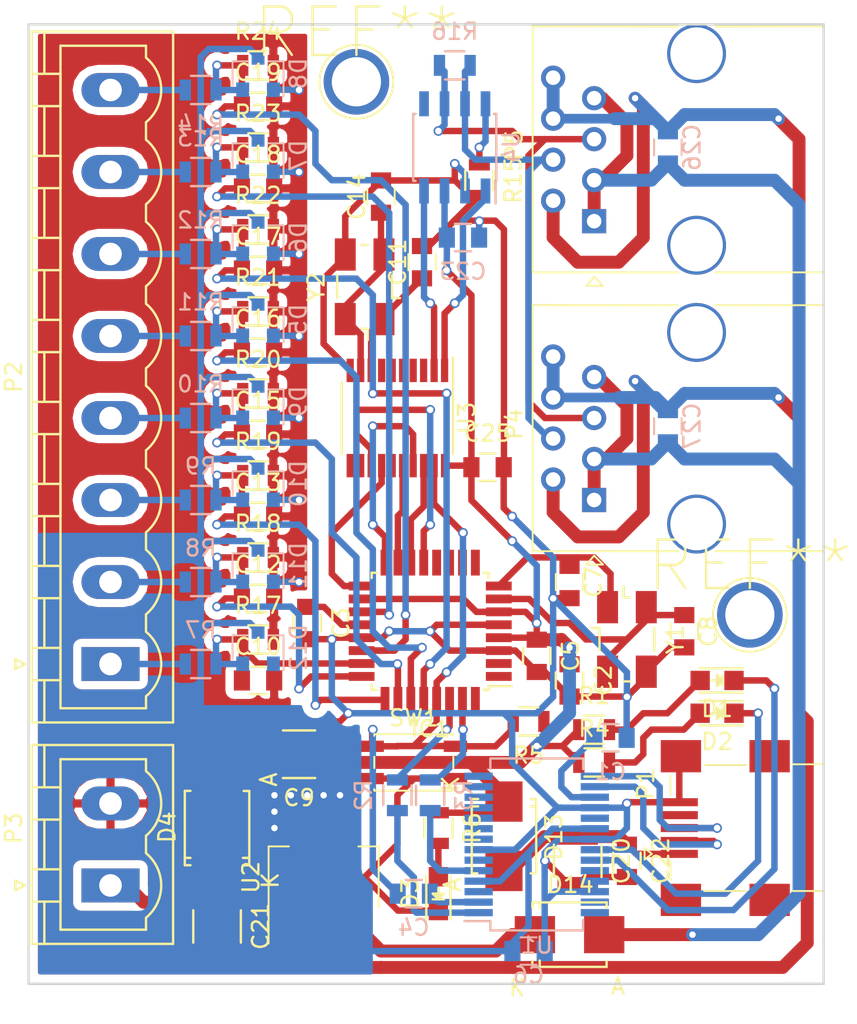
<source format=kicad_pcb>
(kicad_pcb (version 4) (host pcbnew 4.0.7+dfsg1-1~bpo9+1)
  (layers (0 F.Cu signal) (31 B.Cu signal) (34 B.Paste user) (35 F.Paste user) (36 B.SilkS user) (37 F.SilkS user) (38 B.Mask user) (39 F.Mask user) (44 Edge.Cuts user))
  (net 0 "")
  (net 1 "Net-(C1-Pad1)")
  (net 2 GND)
  (net 3 VCC)
  (net 4 "Net-(C3-Pad1)")
  (net 5 RESET)
  (net 6 "Net-(C4-Pad2)")
  (net 7 IO0)
  (net 8 IO1)
  (net 9 IO2)
  (net 10 IO3)
  (net 11 IO4)
  (net 12 IO5)
  (net 13 IO6)
  (net 14 IO7)
  (net 15 "Net-(C20-Pad1)")
  (net 16 +5V)
  (net 17 "Net-(D1-Pad2)")
  (net 18 "Net-(D1-Pad1)")
  (net 19 "Net-(D2-Pad2)")
  (net 20 "Net-(D2-Pad1)")
  (net 21 "Net-(D3-Pad2)")
  (net 22 "Net-(IC1-Pad1)")
  (net 23 "Net-(IC1-Pad2)")
  (net 24 "Net-(IC1-Pad9)")
  (net 25 "Net-(IC1-Pad10)")
  (net 26 "Net-(IC1-Pad11)")
  (net 27 "Net-(IC1-Pad12)")
  (net 28 CAN_INT)
  (net 29 CAN_CS)
  (net 30 CAN_SI)
  (net 31 CAN_SO)
  (net 32 CAN_SCK)
  (net 33 "Net-(IC1-Pad30)")
  (net 34 "Net-(IC1-Pad31)")
  (net 35 "Net-(IC1-Pad32)")
  (net 36 USB_RX)
  (net 37 USB_TX)
  (net 38 "Net-(P2-Pad1)")
  (net 39 "Net-(P2-Pad2)")
  (net 40 "Net-(P2-Pad3)")
  (net 41 "Net-(P2-Pad4)")
  (net 42 "Net-(P2-Pad5)")
  (net 43 "Net-(P2-Pad6)")
  (net 44 "Net-(P2-Pad7)")
  (net 45 "Net-(P2-Pad8)")
  (net 46 "Net-(R15-Pad1)")
  (net 47 "Net-(U1-Pad3)")
  (net 48 "Net-(U1-Pad6)")
  (net 49 "Net-(U1-Pad9)")
  (net 50 "Net-(U1-Pad10)")
  (net 51 "Net-(U1-Pad11)")
  (net 52 "Net-(U1-Pad12)")
  (net 53 "Net-(U1-Pad13)")
  (net 54 "Net-(U1-Pad14)")
  (net 55 USB_D+)
  (net 56 USB_D-)
  (net 57 "Net-(U1-Pad19)")
  (net 58 "Net-(U1-Pad27)")
  (net 59 "Net-(U1-Pad28)")
  (net 60 "Net-(U3-Pad1)")
  (net 61 "Net-(U3-Pad2)")
  (net 62 "Net-(U3-Pad3)")
  (net 63 "Net-(U3-Pad4)")
  (net 64 "Net-(U3-Pad5)")
  (net 65 "Net-(U3-Pad6)")
  (net 66 "Net-(U3-Pad7)")
  (net 67 "Net-(U3-Pad11)")
  (net 68 "Net-(U3-Pad12)")
  (net 69 "Net-(U3-Pad15)")
  (net 70 "Net-(U4-Pad5)")
  (net 71 "Net-(P1-Pad4)")
  (net 72 "Net-(P4-Pad4)")
  (net 73 "Net-(P4-Pad5)")
  (net 74 "Net-(C7-Pad1)")
  (net 75 "Net-(C8-Pad1)")
  (net 76 "Net-(C11-Pad1)")
  (net 77 "Net-(C14-Pad1)")
  (net 78 "Net-(C26-Pad1)")
  (module Connectors:1pin (layer F.Cu) (at 165.608 87.376)
    (fp_text reference REF** (at 0 -3.048) (layer F.SilkS) (effects (font (size 3 3))))
    (fp_text value 1pin)
    (pad 1 thru_hole circle (at 0 0) (size 4.064 4.064) (drill 3.048) (layers *.Cu *.Mask))
  )
  (module Buttons_Switches_SMD:SW_SPST_EVQP2 (layer F.Cu) (at 144.78 96.52)
    (fp_text reference SW1 (at 0 -2.75) (layer F.SilkS))
    (fp_text value SW_Push)
    (pad 1 smd rect (at 2.58 -1) (size 1.45 0.7) (layers F.Cu F.Paste F.Mask) (net 5 RESET))
    (pad 1 smd rect (at -2.58 -1) (size 1.45 0.7) (layers F.Cu F.Paste F.Mask) (net 5 RESET))
    (pad 2 smd rect (at -2.58 1) (size 1.45 0.7) (layers F.Cu F.Paste F.Mask) (net 2 GND))
    (pad 2 smd rect (at 2.58 1) (size 1.45 0.7) (layers F.Cu F.Paste F.Mask) (net 2 GND))
  )
  (module Connector_RJ:RJ45_8 (layer F.Cu) (at 155.956 80.264 90)
    (fp_text reference P4 (at 4.7 -4.95 90) (layer F.SilkS))
    (fp_text value CONN_01X08)
    (pad "" np_thru_hole circle (at 10.38 6.35 90) (size 3.65 3.65) (drill 3.25) (layers *.Cu *.Mask))
    (pad "" np_thru_hole circle (at -1.49 6.35 90) (size 3.65 3.65) (drill 3.25) (layers *.Cu *.Mask))
    (pad 1 thru_hole rect (at 0 0 90) (size 1.5 1.5) (drill 0.9) (layers *.Cu *.Mask) (net 78 "Net-(C26-Pad1)"))
    (pad 2 thru_hole circle (at 1.27 -2.54 90) (size 1.5 1.5) (drill 0.9) (layers *.Cu *.Mask) (net 2 GND))
    (pad 3 thru_hole circle (at 2.54 0 90) (size 1.5 1.5) (drill 0.9) (layers *.Cu *.Mask) (net 78 "Net-(C26-Pad1)"))
    (pad 4 thru_hole circle (at 3.81 -2.54 90) (size 1.5 1.5) (drill 0.9) (layers *.Cu *.Mask) (net 72 "Net-(P4-Pad4)"))
    (pad 5 thru_hole circle (at 5.08 0 90) (size 1.5 1.5) (drill 0.9) (layers *.Cu *.Mask) (net 73 "Net-(P4-Pad5)"))
    (pad 6 thru_hole circle (at 6.35 -2.54 90) (size 1.5 1.5) (drill 0.9) (layers *.Cu *.Mask) (net 2 GND))
    (pad 7 thru_hole circle (at 7.62 0 90) (size 1.5 1.5) (drill 0.9) (layers *.Cu *.Mask) (net 78 "Net-(C26-Pad1)"))
    (pad 8 thru_hole circle (at 8.89 -2.54 90) (size 1.5 1.5) (drill 0.9) (layers *.Cu *.Mask) (net 2 GND))
  )
  (module Capacitors_SMD:C_0805 (layer B.Cu) (at 156.972 94.996)
    (fp_text reference C1 (at 0 2.1) (layer B.SilkS) (effects (justify mirror)))
    (fp_text value 100n)
    (pad 1 smd rect (at -1 0) (size 1 1.25) (layers B.Cu B.Paste B.Mask) (net 1 "Net-(C1-Pad1)"))
    (pad 2 smd rect (at 1 0) (size 1 1.25) (layers B.Cu B.Paste B.Mask) (net 2 GND))
  )
  (module Capacitors_SMD:C_0805 (layer F.Cu) (at 154.432 91.44 270)
    (fp_text reference C2 (at 0 -2.1 270) (layer F.SilkS))
    (fp_text value 1u)
    (pad 1 smd rect (at -1 0 270) (size 1 1.25) (layers F.Cu F.Paste F.Mask) (net 3 VCC))
    (pad 2 smd rect (at 1 0 270) (size 1 1.25) (layers F.Cu F.Paste F.Mask) (net 2 GND))
  )
  (module Capacitors_SMD:C_0805 (layer F.Cu) (at 138.176 87.884 270)
    (fp_text reference C3 (at 0 -2.1 270) (layer F.SilkS))
    (fp_text value 100n)
    (pad 1 smd rect (at -1 0 270) (size 1 1.25) (layers F.Cu F.Paste F.Mask) (net 4 "Net-(C3-Pad1)"))
    (pad 2 smd rect (at 1 0 270) (size 1 1.25) (layers F.Cu F.Paste F.Mask) (net 2 GND))
  )
  (module Capacitors_SMD:C_0805 (layer B.Cu) (at 144.78 104.648)
    (fp_text reference C4 (at 0 2.1) (layer B.SilkS) (effects (justify mirror)))
    (fp_text value 100n)
    (pad 1 smd rect (at -1 0) (size 1 1.25) (layers B.Cu B.Paste B.Mask) (net 5 RESET))
    (pad 2 smd rect (at 1 0) (size 1 1.25) (layers B.Cu B.Paste B.Mask) (net 6 "Net-(C4-Pad2)"))
  )
  (module Capacitors_SMD:C_0805 (layer F.Cu) (at 152.4 89.916 270)
    (fp_text reference C5 (at 0 -2.1 270) (layer F.SilkS))
    (fp_text value 100n)
    (pad 1 smd rect (at -1 0 270) (size 1 1.25) (layers F.Cu F.Paste F.Mask) (net 3 VCC))
    (pad 2 smd rect (at 1 0 270) (size 1 1.25) (layers F.Cu F.Paste F.Mask) (net 2 GND))
  )
  (module Capacitors_SMD:C_1210 (layer F.Cu) (at 137.668 96.012 180)
    (fp_text reference C9 (at 0 -2.7 180) (layer F.SilkS))
    (fp_text value 4u7)
    (pad 1 smd rect (at -1.5 0 180) (size 1 2.5) (layers F.Cu F.Paste F.Mask) (net 3 VCC))
    (pad 2 smd rect (at 1.5 0 180) (size 1 2.5) (layers F.Cu F.Paste F.Mask) (net 2 GND))
  )
  (module Capacitors_SMD:C_0805 (layer F.Cu) (at 135.128 91.44)
    (fp_text reference C10 (at 0 -2.1) (layer F.SilkS))
    (fp_text value 10n)
    (pad 1 smd rect (at -1 0) (size 1 1.25) (layers F.Cu F.Paste F.Mask) (net 7 IO0))
    (pad 2 smd rect (at 1 0) (size 1 1.25) (layers F.Cu F.Paste F.Mask) (net 2 GND))
  )
  (module Capacitors_SMD:C_0805 (layer F.Cu) (at 135.128 86.36)
    (fp_text reference C12 (at 0 -2.1) (layer F.SilkS))
    (fp_text value 10n)
    (pad 1 smd rect (at -1 0) (size 1 1.25) (layers F.Cu F.Paste F.Mask) (net 8 IO1))
    (pad 2 smd rect (at 1 0) (size 1 1.25) (layers F.Cu F.Paste F.Mask) (net 2 GND))
  )
  (module Capacitors_SMD:C_0805 (layer F.Cu) (at 135.128 81.28)
    (fp_text reference C13 (at 0 -2.1) (layer F.SilkS))
    (fp_text value 10n)
    (pad 1 smd rect (at -1 0) (size 1 1.25) (layers F.Cu F.Paste F.Mask) (net 9 IO2))
    (pad 2 smd rect (at 1 0) (size 1 1.25) (layers F.Cu F.Paste F.Mask) (net 2 GND))
  )
  (module Capacitors_SMD:C_0805 (layer F.Cu) (at 135.128 76.2)
    (fp_text reference C15 (at 0 -2.1) (layer F.SilkS))
    (fp_text value 10n)
    (pad 1 smd rect (at -1 0) (size 1 1.25) (layers F.Cu F.Paste F.Mask) (net 10 IO3))
    (pad 2 smd rect (at 1 0) (size 1 1.25) (layers F.Cu F.Paste F.Mask) (net 2 GND))
  )
  (module Capacitors_SMD:C_0805 (layer F.Cu) (at 135.128 71.12)
    (fp_text reference C16 (at 0 -2.1) (layer F.SilkS))
    (fp_text value 10n)
    (pad 1 smd rect (at -1 0) (size 1 1.25) (layers F.Cu F.Paste F.Mask) (net 11 IO4))
    (pad 2 smd rect (at 1 0) (size 1 1.25) (layers F.Cu F.Paste F.Mask) (net 2 GND))
  )
  (module Capacitors_SMD:C_0805 (layer F.Cu) (at 135.128 66.04)
    (fp_text reference C17 (at 0 -2.1) (layer F.SilkS))
    (fp_text value 10n)
    (pad 1 smd rect (at -1 0) (size 1 1.25) (layers F.Cu F.Paste F.Mask) (net 12 IO5))
    (pad 2 smd rect (at 1 0) (size 1 1.25) (layers F.Cu F.Paste F.Mask) (net 2 GND))
  )
  (module Capacitors_SMD:C_0805 (layer F.Cu) (at 135.128 60.96)
    (fp_text reference C18 (at 0 -2.1) (layer F.SilkS))
    (fp_text value 10n)
    (pad 1 smd rect (at -1 0) (size 1 1.25) (layers F.Cu F.Paste F.Mask) (net 13 IO6))
    (pad 2 smd rect (at 1 0) (size 1 1.25) (layers F.Cu F.Paste F.Mask) (net 2 GND))
  )
  (module Capacitors_SMD:C_0805 (layer F.Cu) (at 135.128 55.88)
    (fp_text reference C19 (at 0 -2.1) (layer F.SilkS))
    (fp_text value 10n)
    (pad 1 smd rect (at -1 0) (size 1 1.25) (layers F.Cu F.Paste F.Mask) (net 14 IO7))
    (pad 2 smd rect (at 1 0) (size 1 1.25) (layers F.Cu F.Paste F.Mask) (net 2 GND))
  )
  (module Capacitors_SMD:C_1210 (layer F.Cu) (at 154.94 102.616 270)
    (fp_text reference C20 (at 0 -2.7 270) (layer F.SilkS))
    (fp_text value 4u7)
    (pad 1 smd rect (at -1.5 0 270) (size 1 2.5) (layers F.Cu F.Paste F.Mask) (net 15 "Net-(C20-Pad1)"))
    (pad 2 smd rect (at 1.5 0 270) (size 1 2.5) (layers F.Cu F.Paste F.Mask) (net 2 GND))
  )
  (module Capacitors_SMD:C_1210 (layer F.Cu) (at 132.588 106.68 270)
    (fp_text reference C21 (at 0 -2.7 270) (layer F.SilkS))
    (fp_text value 10u)
    (pad 1 smd rect (at -1.5 0 270) (size 1 2.5) (layers F.Cu F.Paste F.Mask) (net 16 +5V))
    (pad 2 smd rect (at 1.5 0 270) (size 1 2.5) (layers F.Cu F.Paste F.Mask) (net 2 GND))
  )
  (module Capacitors_SMD:C_0805 (layer F.Cu) (at 157.988 102.616 270)
    (fp_text reference C22 (at 0 -2.1 270) (layer F.SilkS))
    (fp_text value 100n)
    (pad 1 smd rect (at -1 0 270) (size 1 1.25) (layers F.Cu F.Paste F.Mask) (net 15 "Net-(C20-Pad1)"))
    (pad 2 smd rect (at 1 0 270) (size 1 1.25) (layers F.Cu F.Paste F.Mask) (net 2 GND))
  )
  (module Capacitors_SMD:C_0805 (layer B.Cu) (at 147.828 64.008)
    (fp_text reference C23 (at 0 2.1) (layer B.SilkS) (effects (justify mirror)))
    (fp_text value 100n)
    (pad 1 smd rect (at -1 0) (size 1 1.25) (layers B.Cu B.Paste B.Mask) (net 3 VCC))
    (pad 2 smd rect (at 1 0) (size 1 1.25) (layers B.Cu B.Paste B.Mask) (net 2 GND))
  )
  (module Capacitors_SMD:C_0805 (layer F.Cu) (at 149.352 78.232)
    (fp_text reference C25 (at 0 -2.1) (layer F.SilkS))
    (fp_text value 100n)
    (pad 1 smd rect (at -1 0) (size 1 1.25) (layers F.Cu F.Paste F.Mask) (net 3 VCC))
    (pad 2 smd rect (at 1 0) (size 1 1.25) (layers F.Cu F.Paste F.Mask) (net 2 GND))
  )
  (module LEDs:LED_0805 (layer F.Cu) (at 163.576 91.44 180)
    (fp_text reference D1 (at 0 -1.75 180) (layer F.SilkS))
    (fp_text value LED)
    (pad 2 smd rect (at 1.04902 0) (size 1.19888 1.19888) (layers F.Cu F.Paste F.Mask) (net 17 "Net-(D1-Pad2)"))
    (pad 1 smd rect (at -1.04902 0) (size 1.19888 1.19888) (layers F.Cu F.Paste F.Mask) (net 18 "Net-(D1-Pad1)"))
  )
  (module LEDs:LED_0805 (layer F.Cu) (at 163.576 93.472 180)
    (fp_text reference D2 (at 0 -1.75 180) (layer F.SilkS))
    (fp_text value LED)
    (pad 2 smd rect (at 1.04902 0) (size 1.19888 1.19888) (layers F.Cu F.Paste F.Mask) (net 19 "Net-(D2-Pad2)"))
    (pad 1 smd rect (at -1.04902 0) (size 1.19888 1.19888) (layers F.Cu F.Paste F.Mask) (net 20 "Net-(D2-Pad1)"))
  )
  (module LEDs:LED_0805 (layer F.Cu) (at 146.304 104.648 90)
    (fp_text reference D3 (at 0 -1.75 90) (layer F.SilkS))
    (fp_text value LED)
    (pad 2 smd rect (at 1.04902 0 270) (size 1.19888 1.19888) (layers F.Cu F.Paste F.Mask) (net 21 "Net-(D3-Pad2)"))
    (pad 1 smd rect (at -1.04902 0 270) (size 1.19888 1.19888) (layers F.Cu F.Paste F.Mask) (net 2 GND))
  )
  (module Diodes_SMD:SMB_Standard (layer F.Cu) (at 132.588 100.584 90)
    (fp_text reference D4 (at 0.05 -3.1 90) (layer F.SilkS))
    (fp_text value B2100-13-F)
    (fp_text user K (at -3.25 3.3 90) (layer F.SilkS))
    (fp_text user A (at 3 3.2 90) (layer F.SilkS))
    (pad 1 smd rect (at -2.14884 0 90) (size 2.49936 2.30124) (layers F.Cu F.Paste F.Mask) (net 16 +5V))
    (pad 2 smd rect (at 2.14884 0 90) (size 2.49936 2.30124) (layers F.Cu F.Paste F.Mask) (net 2 GND))
  )
  (module TO_SOT_Packages_SMD:SOT-23 (layer B.Cu) (at 135.128 69.088 90)
    (fp_text reference D5 (at 0 2.5 90) (layer B.SilkS) (effects (justify mirror)))
    (fp_text value BAT54S)
    (pad 1 smd rect (at -1 0.95 90) (size 0.9 0.8) (layers B.Cu B.Paste B.Mask) (net 2 GND))
    (pad 2 smd rect (at -1 -0.95 90) (size 0.9 0.8) (layers B.Cu B.Paste B.Mask) (net 11 IO4))
    (pad 3 smd rect (at 1 0 90) (size 0.9 0.8) (layers B.Cu B.Paste B.Mask) (net 3 VCC))
  )
  (module TO_SOT_Packages_SMD:SOT-23 (layer B.Cu) (at 135.128 64.008 90)
    (fp_text reference D6 (at 0 2.5 90) (layer B.SilkS) (effects (justify mirror)))
    (fp_text value BAT54S)
    (pad 1 smd rect (at -1 0.95 90) (size 0.9 0.8) (layers B.Cu B.Paste B.Mask) (net 2 GND))
    (pad 2 smd rect (at -1 -0.95 90) (size 0.9 0.8) (layers B.Cu B.Paste B.Mask) (net 12 IO5))
    (pad 3 smd rect (at 1 0 90) (size 0.9 0.8) (layers B.Cu B.Paste B.Mask) (net 3 VCC))
  )
  (module TO_SOT_Packages_SMD:SOT-23 (layer B.Cu) (at 135.128 58.928 90)
    (fp_text reference D7 (at 0 2.5 90) (layer B.SilkS) (effects (justify mirror)))
    (fp_text value BAT54S)
    (pad 1 smd rect (at -1 0.95 90) (size 0.9 0.8) (layers B.Cu B.Paste B.Mask) (net 2 GND))
    (pad 2 smd rect (at -1 -0.95 90) (size 0.9 0.8) (layers B.Cu B.Paste B.Mask) (net 13 IO6))
    (pad 3 smd rect (at 1 0 90) (size 0.9 0.8) (layers B.Cu B.Paste B.Mask) (net 3 VCC))
  )
  (module TO_SOT_Packages_SMD:SOT-23 (layer B.Cu) (at 135.128 53.848 90)
    (fp_text reference D8 (at 0 2.5 90) (layer B.SilkS) (effects (justify mirror)))
    (fp_text value BAT54S)
    (pad 1 smd rect (at -1 0.95 90) (size 0.9 0.8) (layers B.Cu B.Paste B.Mask) (net 2 GND))
    (pad 2 smd rect (at -1 -0.95 90) (size 0.9 0.8) (layers B.Cu B.Paste B.Mask) (net 14 IO7))
    (pad 3 smd rect (at 1 0 90) (size 0.9 0.8) (layers B.Cu B.Paste B.Mask) (net 3 VCC))
  )
  (module TO_SOT_Packages_SMD:SOT-23 (layer B.Cu) (at 135.128 74.168 90)
    (fp_text reference D9 (at 0 2.5 90) (layer B.SilkS) (effects (justify mirror)))
    (fp_text value BAT54S)
    (pad 1 smd rect (at -1 0.95 90) (size 0.9 0.8) (layers B.Cu B.Paste B.Mask) (net 2 GND))
    (pad 2 smd rect (at -1 -0.95 90) (size 0.9 0.8) (layers B.Cu B.Paste B.Mask) (net 10 IO3))
    (pad 3 smd rect (at 1 0 90) (size 0.9 0.8) (layers B.Cu B.Paste B.Mask) (net 3 VCC))
  )
  (module TO_SOT_Packages_SMD:SOT-23 (layer B.Cu) (at 135.128 79.248 90)
    (fp_text reference D10 (at 0 2.5 90) (layer B.SilkS) (effects (justify mirror)))
    (fp_text value BAT54S)
    (pad 1 smd rect (at -1 0.95 90) (size 0.9 0.8) (layers B.Cu B.Paste B.Mask) (net 2 GND))
    (pad 2 smd rect (at -1 -0.95 90) (size 0.9 0.8) (layers B.Cu B.Paste B.Mask) (net 9 IO2))
    (pad 3 smd rect (at 1 0 90) (size 0.9 0.8) (layers B.Cu B.Paste B.Mask) (net 3 VCC))
  )
  (module TO_SOT_Packages_SMD:SOT-23 (layer B.Cu) (at 135.128 84.328 90)
    (fp_text reference D11 (at 0 2.5 90) (layer B.SilkS) (effects (justify mirror)))
    (fp_text value BAT54S)
    (pad 1 smd rect (at -1 0.95 90) (size 0.9 0.8) (layers B.Cu B.Paste B.Mask) (net 2 GND))
    (pad 2 smd rect (at -1 -0.95 90) (size 0.9 0.8) (layers B.Cu B.Paste B.Mask) (net 8 IO1))
    (pad 3 smd rect (at 1 0 90) (size 0.9 0.8) (layers B.Cu B.Paste B.Mask) (net 3 VCC))
  )
  (module TO_SOT_Packages_SMD:SOT-23 (layer B.Cu) (at 135.128 89.408 90)
    (fp_text reference D12 (at 0 2.5 90) (layer B.SilkS) (effects (justify mirror)))
    (fp_text value BAT54S)
    (pad 1 smd rect (at -1 0.95 90) (size 0.9 0.8) (layers B.Cu B.Paste B.Mask) (net 2 GND))
    (pad 2 smd rect (at -1 -0.95 90) (size 0.9 0.8) (layers B.Cu B.Paste B.Mask) (net 7 IO0))
    (pad 3 smd rect (at 1 0 90) (size 0.9 0.8) (layers B.Cu B.Paste B.Mask) (net 3 VCC))
  )
  (module Diodes_SMD:SMB_Standard (layer F.Cu) (at 150.368 101.092 270)
    (fp_text reference D13 (at 0.05 -3.1 270) (layer F.SilkS))
    (fp_text value B2100-13-F)
    (fp_text user K (at -3.25 3.3 270) (layer F.SilkS))
    (fp_text user A (at 3 3.2 270) (layer F.SilkS))
    (pad 1 smd rect (at -2.14884 0 270) (size 2.49936 2.30124) (layers F.Cu F.Paste F.Mask) (net 3 VCC))
    (pad 2 smd rect (at 2.14884 0 270) (size 2.49936 2.30124) (layers F.Cu F.Paste F.Mask) (net 15 "Net-(C20-Pad1)"))
  )
  (module Housings_QFP:TQFP-32_7x7mm_Pitch0.8mm (layer F.Cu) (at 145.796 88.392 180)
    (fp_text reference IC1 (at 0 -6.05 180) (layer F.SilkS))
    (fp_text value ATMEGA328P-A)
    (pad 1 smd rect (at -4.25 -2.8 180) (size 1.6 0.55) (layers F.Cu F.Paste F.Mask) (net 22 "Net-(IC1-Pad1)"))
    (pad 2 smd rect (at -4.25 -2 180) (size 1.6 0.55) (layers F.Cu F.Paste F.Mask) (net 23 "Net-(IC1-Pad2)"))
    (pad 3 smd rect (at -4.25 -1.2 180) (size 1.6 0.55) (layers F.Cu F.Paste F.Mask) (net 2 GND))
    (pad 4 smd rect (at -4.25 -0.4 180) (size 1.6 0.55) (layers F.Cu F.Paste F.Mask) (net 3 VCC))
    (pad 5 smd rect (at -4.25 0.4 180) (size 1.6 0.55) (layers F.Cu F.Paste F.Mask) (net 2 GND))
    (pad 6 smd rect (at -4.25 1.2 180) (size 1.6 0.55) (layers F.Cu F.Paste F.Mask) (net 3 VCC))
    (pad 7 smd rect (at -4.25 2 180) (size 1.6 0.55) (layers F.Cu F.Paste F.Mask) (net 75 "Net-(C8-Pad1)"))
    (pad 8 smd rect (at -4.25 2.8 180) (size 1.6 0.55) (layers F.Cu F.Paste F.Mask) (net 74 "Net-(C7-Pad1)"))
    (pad 9 smd rect (at -2.8 4.25 270) (size 1.6 0.55) (layers F.Cu F.Paste F.Mask) (net 24 "Net-(IC1-Pad9)"))
    (pad 10 smd rect (at -2 4.25 270) (size 1.6 0.55) (layers F.Cu F.Paste F.Mask) (net 25 "Net-(IC1-Pad10)"))
    (pad 11 smd rect (at -1.2 4.25 270) (size 1.6 0.55) (layers F.Cu F.Paste F.Mask) (net 26 "Net-(IC1-Pad11)"))
    (pad 12 smd rect (at -0.4 4.25 270) (size 1.6 0.55) (layers F.Cu F.Paste F.Mask) (net 27 "Net-(IC1-Pad12)"))
    (pad 13 smd rect (at 0.4 4.25 270) (size 1.6 0.55) (layers F.Cu F.Paste F.Mask) (net 28 CAN_INT))
    (pad 14 smd rect (at 1.2 4.25 270) (size 1.6 0.55) (layers F.Cu F.Paste F.Mask) (net 29 CAN_CS))
    (pad 15 smd rect (at 2 4.25 270) (size 1.6 0.55) (layers F.Cu F.Paste F.Mask) (net 30 CAN_SI))
    (pad 16 smd rect (at 2.8 4.25 270) (size 1.6 0.55) (layers F.Cu F.Paste F.Mask) (net 31 CAN_SO))
    (pad 17 smd rect (at 4.25 2.8 180) (size 1.6 0.55) (layers F.Cu F.Paste F.Mask) (net 32 CAN_SCK))
    (pad 18 smd rect (at 4.25 2 180) (size 1.6 0.55) (layers F.Cu F.Paste F.Mask) (net 3 VCC))
    (pad 19 smd rect (at 4.25 1.2 180) (size 1.6 0.55) (layers F.Cu F.Paste F.Mask) (net 13 IO6))
    (pad 20 smd rect (at 4.25 0.4 180) (size 1.6 0.55) (layers F.Cu F.Paste F.Mask) (net 4 "Net-(C3-Pad1)"))
    (pad 21 smd rect (at 4.25 -0.4 180) (size 1.6 0.55) (layers F.Cu F.Paste F.Mask) (net 2 GND))
    (pad 22 smd rect (at 4.25 -1.2 180) (size 1.6 0.55) (layers F.Cu F.Paste F.Mask) (net 14 IO7))
    (pad 23 smd rect (at 4.25 -2 180) (size 1.6 0.55) (layers F.Cu F.Paste F.Mask) (net 7 IO0))
    (pad 24 smd rect (at 4.25 -2.8 180) (size 1.6 0.55) (layers F.Cu F.Paste F.Mask) (net 8 IO1))
    (pad 25 smd rect (at 2.8 -4.25 270) (size 1.6 0.55) (layers F.Cu F.Paste F.Mask) (net 9 IO2))
    (pad 26 smd rect (at 2 -4.25 270) (size 1.6 0.55) (layers F.Cu F.Paste F.Mask) (net 10 IO3))
    (pad 27 smd rect (at 1.2 -4.25 270) (size 1.6 0.55) (layers F.Cu F.Paste F.Mask) (net 11 IO4))
    (pad 28 smd rect (at 0.4 -4.25 270) (size 1.6 0.55) (layers F.Cu F.Paste F.Mask) (net 12 IO5))
    (pad 29 smd rect (at -0.4 -4.25 270) (size 1.6 0.55) (layers F.Cu F.Paste F.Mask) (net 5 RESET))
    (pad 30 smd rect (at -1.2 -4.25 270) (size 1.6 0.55) (layers F.Cu F.Paste F.Mask) (net 33 "Net-(IC1-Pad30)"))
    (pad 31 smd rect (at -2 -4.25 270) (size 1.6 0.55) (layers F.Cu F.Paste F.Mask) (net 34 "Net-(IC1-Pad31)"))
    (pad 32 smd rect (at -2.8 -4.25 270) (size 1.6 0.55) (layers F.Cu F.Paste F.Mask) (net 35 "Net-(IC1-Pad32)"))
  )
  (module Resistors_SMD:R_0805 (layer F.Cu) (at 155.956 94.488)
    (fp_text reference R1 (at 0 -2.1) (layer F.SilkS))
    (fp_text value 1k)
    (pad 1 smd rect (at -0.95 0) (size 0.7 1.3) (layers F.Cu F.Paste F.Mask) (net 3 VCC))
    (pad 2 smd rect (at 0.95 0) (size 0.7 1.3) (layers F.Cu F.Paste F.Mask) (net 17 "Net-(D1-Pad2)"))
  )
  (module Resistors_SMD:R_0805 (layer B.Cu) (at 143.764 98.552 270)
    (fp_text reference R2 (at 0 2.1 270) (layer B.SilkS) (effects (justify mirror)))
    (fp_text value 1k)
    (pad 1 smd rect (at -0.95 0 270) (size 0.7 1.3) (layers B.Cu B.Paste B.Mask) (net 33 "Net-(IC1-Pad30)"))
    (pad 2 smd rect (at 0.95 0 270) (size 0.7 1.3) (layers B.Cu B.Paste B.Mask) (net 36 USB_RX))
  )
  (module Resistors_SMD:R_0805 (layer B.Cu) (at 145.796 98.552 90)
    (fp_text reference R3 (at 0 2.1 90) (layer B.SilkS) (effects (justify mirror)))
    (fp_text value 1k)
    (pad 1 smd rect (at -0.95 0 90) (size 0.7 1.3) (layers B.Cu B.Paste B.Mask) (net 37 USB_TX))
    (pad 2 smd rect (at 0.95 0 90) (size 0.7 1.3) (layers B.Cu B.Paste B.Mask) (net 34 "Net-(IC1-Pad31)"))
  )
  (module Resistors_SMD:R_0805 (layer F.Cu) (at 155.956 96.52)
    (fp_text reference R4 (at 0 -2.1) (layer F.SilkS))
    (fp_text value 1k)
    (pad 1 smd rect (at -0.95 0) (size 0.7 1.3) (layers F.Cu F.Paste F.Mask) (net 3 VCC))
    (pad 2 smd rect (at 0.95 0) (size 0.7 1.3) (layers F.Cu F.Paste F.Mask) (net 19 "Net-(D2-Pad2)"))
  )
  (module Resistors_SMD:R_0805 (layer F.Cu) (at 151.892 93.98 180)
    (fp_text reference R5 (at 0 -2.1 180) (layer F.SilkS))
    (fp_text value 1k)
    (pad 1 smd rect (at -0.95 0 180) (size 0.7 1.3) (layers F.Cu F.Paste F.Mask) (net 3 VCC))
    (pad 2 smd rect (at 0.95 0 180) (size 0.7 1.3) (layers F.Cu F.Paste F.Mask) (net 5 RESET))
  )
  (module Resistors_SMD:R_0805 (layer F.Cu) (at 146.304 100.584 270)
    (fp_text reference R6 (at 0 -2.1 270) (layer F.SilkS))
    (fp_text value 1k)
    (pad 1 smd rect (at -0.95 0 270) (size 0.7 1.3) (layers F.Cu F.Paste F.Mask) (net 3 VCC))
    (pad 2 smd rect (at 0.95 0 270) (size 0.7 1.3) (layers F.Cu F.Paste F.Mask) (net 21 "Net-(D3-Pad2)"))
  )
  (module Resistors_SMD:R_0805 (layer B.Cu) (at 131.572 90.424 180)
    (fp_text reference R7 (at 0 2.1 180) (layer B.SilkS) (effects (justify mirror)))
    (fp_text value 2k2)
    (pad 1 smd rect (at -0.95 0 180) (size 0.7 1.3) (layers B.Cu B.Paste B.Mask) (net 7 IO0))
    (pad 2 smd rect (at 0.95 0 180) (size 0.7 1.3) (layers B.Cu B.Paste B.Mask) (net 38 "Net-(P2-Pad1)"))
  )
  (module Resistors_SMD:R_0805 (layer B.Cu) (at 131.572 85.344 180)
    (fp_text reference R8 (at 0 2.1 180) (layer B.SilkS) (effects (justify mirror)))
    (fp_text value 2k2)
    (pad 1 smd rect (at -0.95 0 180) (size 0.7 1.3) (layers B.Cu B.Paste B.Mask) (net 8 IO1))
    (pad 2 smd rect (at 0.95 0 180) (size 0.7 1.3) (layers B.Cu B.Paste B.Mask) (net 39 "Net-(P2-Pad2)"))
  )
  (module Resistors_SMD:R_0805 (layer B.Cu) (at 131.572 80.264 180)
    (fp_text reference R9 (at 0 2.1 180) (layer B.SilkS) (effects (justify mirror)))
    (fp_text value 2k2)
    (pad 1 smd rect (at -0.95 0 180) (size 0.7 1.3) (layers B.Cu B.Paste B.Mask) (net 9 IO2))
    (pad 2 smd rect (at 0.95 0 180) (size 0.7 1.3) (layers B.Cu B.Paste B.Mask) (net 40 "Net-(P2-Pad3)"))
  )
  (module Resistors_SMD:R_0805 (layer B.Cu) (at 131.572 75.184 180)
    (fp_text reference R10 (at 0 2.1 180) (layer B.SilkS) (effects (justify mirror)))
    (fp_text value 2k2)
    (pad 1 smd rect (at -0.95 0 180) (size 0.7 1.3) (layers B.Cu B.Paste B.Mask) (net 10 IO3))
    (pad 2 smd rect (at 0.95 0 180) (size 0.7 1.3) (layers B.Cu B.Paste B.Mask) (net 41 "Net-(P2-Pad4)"))
  )
  (module Resistors_SMD:R_0805 (layer B.Cu) (at 131.572 70.104 180)
    (fp_text reference R11 (at 0 2.1 180) (layer B.SilkS) (effects (justify mirror)))
    (fp_text value 2k2)
    (pad 1 smd rect (at -0.95 0 180) (size 0.7 1.3) (layers B.Cu B.Paste B.Mask) (net 11 IO4))
    (pad 2 smd rect (at 0.95 0 180) (size 0.7 1.3) (layers B.Cu B.Paste B.Mask) (net 42 "Net-(P2-Pad5)"))
  )
  (module Resistors_SMD:R_0805 (layer B.Cu) (at 131.572 65.024 180)
    (fp_text reference R12 (at 0 2.1 180) (layer B.SilkS) (effects (justify mirror)))
    (fp_text value 2k2)
    (pad 1 smd rect (at -0.95 0 180) (size 0.7 1.3) (layers B.Cu B.Paste B.Mask) (net 12 IO5))
    (pad 2 smd rect (at 0.95 0 180) (size 0.7 1.3) (layers B.Cu B.Paste B.Mask) (net 43 "Net-(P2-Pad6)"))
  )
  (module Resistors_SMD:R_0805 (layer B.Cu) (at 131.572 59.944 180)
    (fp_text reference R13 (at 0 2.1 180) (layer B.SilkS) (effects (justify mirror)))
    (fp_text value 2k2)
    (pad 1 smd rect (at -0.95 0 180) (size 0.7 1.3) (layers B.Cu B.Paste B.Mask) (net 13 IO6))
    (pad 2 smd rect (at 0.95 0 180) (size 0.7 1.3) (layers B.Cu B.Paste B.Mask) (net 44 "Net-(P2-Pad7)"))
  )
  (module Resistors_SMD:R_0805 (layer B.Cu) (at 131.572 54.864)
    (fp_text reference R14 (at 0 2.1) (layer B.SilkS) (effects (justify mirror)))
    (fp_text value 2k2)
    (pad 1 smd rect (at -0.95 0) (size 0.7 1.3) (layers B.Cu B.Paste B.Mask) (net 45 "Net-(P2-Pad8)"))
    (pad 2 smd rect (at 0.95 0) (size 0.7 1.3) (layers B.Cu B.Paste B.Mask) (net 14 IO7))
  )
  (module Resistors_SMD:R_0805 (layer F.Cu) (at 148.844 60.452 270)
    (fp_text reference R15 (at 0 -2.1 270) (layer F.SilkS))
    (fp_text value 1k)
    (pad 1 smd rect (at -0.95 0 270) (size 0.7 1.3) (layers F.Cu F.Paste F.Mask) (net 46 "Net-(R15-Pad1)"))
    (pad 2 smd rect (at 0.95 0 270) (size 0.7 1.3) (layers F.Cu F.Paste F.Mask) (net 2 GND))
  )
  (module Resistors_SMD:R_0805 (layer B.Cu) (at 147.32 53.34 180)
    (fp_text reference R16 (at 0 2.1 180) (layer B.SilkS) (effects (justify mirror)))
    (fp_text value 120R)
    (pad 1 smd rect (at -0.95 0 180) (size 0.7 1.3) (layers B.Cu B.Paste B.Mask) (net 72 "Net-(P4-Pad4)"))
    (pad 2 smd rect (at 0.95 0 180) (size 0.7 1.3) (layers B.Cu B.Paste B.Mask) (net 73 "Net-(P4-Pad5)"))
  )
  (module Resistors_SMD:R_0805 (layer F.Cu) (at 135.128 88.9)
    (fp_text reference R17 (at 0 -2.1) (layer F.SilkS))
    (fp_text value 560R)
    (pad 1 smd rect (at -0.95 0) (size 0.7 1.3) (layers F.Cu F.Paste F.Mask) (net 7 IO0))
    (pad 2 smd rect (at 0.95 0) (size 0.7 1.3) (layers F.Cu F.Paste F.Mask) (net 2 GND))
  )
  (module Resistors_SMD:R_0805 (layer F.Cu) (at 135.128 83.82)
    (fp_text reference R18 (at 0 -2.1) (layer F.SilkS))
    (fp_text value 560R)
    (pad 1 smd rect (at -0.95 0) (size 0.7 1.3) (layers F.Cu F.Paste F.Mask) (net 8 IO1))
    (pad 2 smd rect (at 0.95 0) (size 0.7 1.3) (layers F.Cu F.Paste F.Mask) (net 2 GND))
  )
  (module Resistors_SMD:R_0805 (layer F.Cu) (at 135.128 78.74)
    (fp_text reference R19 (at 0 -2.1) (layer F.SilkS))
    (fp_text value 560R)
    (pad 1 smd rect (at -0.95 0) (size 0.7 1.3) (layers F.Cu F.Paste F.Mask) (net 9 IO2))
    (pad 2 smd rect (at 0.95 0) (size 0.7 1.3) (layers F.Cu F.Paste F.Mask) (net 2 GND))
  )
  (module Resistors_SMD:R_0805 (layer F.Cu) (at 135.128 73.66)
    (fp_text reference R20 (at 0 -2.1) (layer F.SilkS))
    (fp_text value 560R)
    (pad 1 smd rect (at -0.95 0) (size 0.7 1.3) (layers F.Cu F.Paste F.Mask) (net 10 IO3))
    (pad 2 smd rect (at 0.95 0) (size 0.7 1.3) (layers F.Cu F.Paste F.Mask) (net 2 GND))
  )
  (module Resistors_SMD:R_0805 (layer F.Cu) (at 135.128 68.58)
    (fp_text reference R21 (at 0 -2.1) (layer F.SilkS))
    (fp_text value 560R)
    (pad 1 smd rect (at -0.95 0) (size 0.7 1.3) (layers F.Cu F.Paste F.Mask) (net 11 IO4))
    (pad 2 smd rect (at 0.95 0) (size 0.7 1.3) (layers F.Cu F.Paste F.Mask) (net 2 GND))
  )
  (module Resistors_SMD:R_0805 (layer F.Cu) (at 135.128 63.5)
    (fp_text reference R22 (at 0 -2.1) (layer F.SilkS))
    (fp_text value 560R)
    (pad 1 smd rect (at -0.95 0) (size 0.7 1.3) (layers F.Cu F.Paste F.Mask) (net 12 IO5))
    (pad 2 smd rect (at 0.95 0) (size 0.7 1.3) (layers F.Cu F.Paste F.Mask) (net 2 GND))
  )
  (module Resistors_SMD:R_0805 (layer F.Cu) (at 135.128 58.42)
    (fp_text reference R23 (at 0 -2.1) (layer F.SilkS))
    (fp_text value 560R)
    (pad 1 smd rect (at -0.95 0) (size 0.7 1.3) (layers F.Cu F.Paste F.Mask) (net 13 IO6))
    (pad 2 smd rect (at 0.95 0) (size 0.7 1.3) (layers F.Cu F.Paste F.Mask) (net 2 GND))
  )
  (module Resistors_SMD:R_0805 (layer F.Cu) (at 135.128 53.34)
    (fp_text reference R24 (at 0 -2.1) (layer F.SilkS))
    (fp_text value 560R)
    (pad 1 smd rect (at -0.95 0) (size 0.7 1.3) (layers F.Cu F.Paste F.Mask) (net 14 IO7))
    (pad 2 smd rect (at 0.95 0) (size 0.7 1.3) (layers F.Cu F.Paste F.Mask) (net 2 GND))
  )
  (module Housings_SSOP:SSOP-28_5.3x10.2mm_Pitch0.65mm (layer B.Cu) (at 152.4 101.6)
    (fp_text reference U1 (at 0 6.25) (layer B.SilkS) (effects (justify mirror)))
    (fp_text value FT232RL)
    (pad 1 smd rect (at -3.6 4.225) (size 1.75 0.45) (layers B.Cu B.Paste B.Mask) (net 36 USB_RX))
    (pad 2 smd rect (at -3.6 3.575) (size 1.75 0.45) (layers B.Cu B.Paste B.Mask) (net 6 "Net-(C4-Pad2)"))
    (pad 3 smd rect (at -3.6 2.925) (size 1.75 0.45) (layers B.Cu B.Paste B.Mask) (net 47 "Net-(U1-Pad3)"))
    (pad 4 smd rect (at -3.6 2.275) (size 1.75 0.45) (layers B.Cu B.Paste B.Mask) (net 3 VCC))
    (pad 5 smd rect (at -3.6 1.625) (size 1.75 0.45) (layers B.Cu B.Paste B.Mask) (net 37 USB_TX))
    (pad 6 smd rect (at -3.6 0.975) (size 1.75 0.45) (layers B.Cu B.Paste B.Mask) (net 48 "Net-(U1-Pad6)"))
    (pad 7 smd rect (at -3.6 0.325) (size 1.75 0.45) (layers B.Cu B.Paste B.Mask) (net 2 GND))
    (pad 8 smd rect (at -3.6 -0.325) (size 1.75 0.45) (layers B.Cu B.Paste B.Mask))
    (pad 9 smd rect (at -3.6 -0.975) (size 1.75 0.45) (layers B.Cu B.Paste B.Mask) (net 49 "Net-(U1-Pad9)"))
    (pad 10 smd rect (at -3.6 -1.625) (size 1.75 0.45) (layers B.Cu B.Paste B.Mask) (net 50 "Net-(U1-Pad10)"))
    (pad 11 smd rect (at -3.6 -2.275) (size 1.75 0.45) (layers B.Cu B.Paste B.Mask) (net 51 "Net-(U1-Pad11)"))
    (pad 12 smd rect (at -3.6 -2.925) (size 1.75 0.45) (layers B.Cu B.Paste B.Mask) (net 52 "Net-(U1-Pad12)"))
    (pad 13 smd rect (at -3.6 -3.575) (size 1.75 0.45) (layers B.Cu B.Paste B.Mask) (net 53 "Net-(U1-Pad13)"))
    (pad 14 smd rect (at -3.6 -4.225) (size 1.75 0.45) (layers B.Cu B.Paste B.Mask) (net 54 "Net-(U1-Pad14)"))
    (pad 15 smd rect (at 3.6 -4.225) (size 1.75 0.45) (layers B.Cu B.Paste B.Mask) (net 55 USB_D+))
    (pad 16 smd rect (at 3.6 -3.575) (size 1.75 0.45) (layers B.Cu B.Paste B.Mask) (net 56 USB_D-))
    (pad 17 smd rect (at 3.6 -2.925) (size 1.75 0.45) (layers B.Cu B.Paste B.Mask) (net 1 "Net-(C1-Pad1)"))
    (pad 18 smd rect (at 3.6 -2.275) (size 1.75 0.45) (layers B.Cu B.Paste B.Mask) (net 2 GND))
    (pad 19 smd rect (at 3.6 -1.625) (size 1.75 0.45) (layers B.Cu B.Paste B.Mask) (net 57 "Net-(U1-Pad19)"))
    (pad 20 smd rect (at 3.6 -0.975) (size 1.75 0.45) (layers B.Cu B.Paste B.Mask) (net 3 VCC))
    (pad 21 smd rect (at 3.6 -0.325) (size 1.75 0.45) (layers B.Cu B.Paste B.Mask) (net 2 GND))
    (pad 22 smd rect (at 3.6 0.325) (size 1.75 0.45) (layers B.Cu B.Paste B.Mask) (net 20 "Net-(D2-Pad1)"))
    (pad 23 smd rect (at 3.6 0.975) (size 1.75 0.45) (layers B.Cu B.Paste B.Mask) (net 18 "Net-(D1-Pad1)"))
    (pad 24 smd rect (at 3.6 1.625) (size 1.75 0.45) (layers B.Cu B.Paste B.Mask))
    (pad 25 smd rect (at 3.6 2.275) (size 1.75 0.45) (layers B.Cu B.Paste B.Mask) (net 2 GND))
    (pad 26 smd rect (at 3.6 2.925) (size 1.75 0.45) (layers B.Cu B.Paste B.Mask) (net 2 GND))
    (pad 27 smd rect (at 3.6 3.575) (size 1.75 0.45) (layers B.Cu B.Paste B.Mask) (net 58 "Net-(U1-Pad27)"))
    (pad 28 smd rect (at 3.6 4.225) (size 1.75 0.45) (layers B.Cu B.Paste B.Mask) (net 59 "Net-(U1-Pad28)"))
  )
  (module TO_SOT_Packages_SMD:SOT-223 (layer F.Cu) (at 139.192 103.632 90)
    (fp_text reference U2 (at 0 -4.5 90) (layer F.SilkS))
    (fp_text value LM1117-3.3)
    (pad 4 smd rect (at 3.15 0 90) (size 2 3.8) (layers F.Cu F.Paste F.Mask) (net 3 VCC))
    (pad 2 smd rect (at -3.15 0 90) (size 2 1.5) (layers F.Cu F.Paste F.Mask) (net 3 VCC))
    (pad 3 smd rect (at -3.15 2.3 90) (size 2 1.5) (layers F.Cu F.Paste F.Mask) (net 16 +5V))
    (pad 1 smd rect (at -3.15 -2.3 90) (size 2 1.5) (layers F.Cu F.Paste F.Mask) (net 2 GND))
  )
  (module Housings_SSOP:TSSOP-20_4.4x6.5mm_Pitch0.65mm (layer F.Cu) (at 143.764 75.184 270)
    (fp_text reference U3 (at 0 -4.3 270) (layer F.SilkS))
    (fp_text value MCP2515-I/ST)
    (pad 1 smd rect (at -2.95 -2.925 270) (size 1.45 0.45) (layers F.Cu F.Paste F.Mask) (net 60 "Net-(U3-Pad1)"))
    (pad 2 smd rect (at -2.95 -2.275 270) (size 1.45 0.45) (layers F.Cu F.Paste F.Mask) (net 61 "Net-(U3-Pad2)"))
    (pad 3 smd rect (at -2.95 -1.625 270) (size 1.45 0.45) (layers F.Cu F.Paste F.Mask) (net 62 "Net-(U3-Pad3)"))
    (pad 4 smd rect (at -2.95 -0.975 270) (size 1.45 0.45) (layers F.Cu F.Paste F.Mask) (net 63 "Net-(U3-Pad4)"))
    (pad 5 smd rect (at -2.95 -0.325 270) (size 1.45 0.45) (layers F.Cu F.Paste F.Mask) (net 64 "Net-(U3-Pad5)"))
    (pad 6 smd rect (at -2.95 0.325 270) (size 1.45 0.45) (layers F.Cu F.Paste F.Mask) (net 65 "Net-(U3-Pad6)"))
    (pad 7 smd rect (at -2.95 0.975 270) (size 1.45 0.45) (layers F.Cu F.Paste F.Mask) (net 66 "Net-(U3-Pad7)"))
    (pad 8 smd rect (at -2.95 1.625 270) (size 1.45 0.45) (layers F.Cu F.Paste F.Mask) (net 76 "Net-(C11-Pad1)"))
    (pad 9 smd rect (at -2.95 2.275 270) (size 1.45 0.45) (layers F.Cu F.Paste F.Mask) (net 77 "Net-(C14-Pad1)"))
    (pad 10 smd rect (at -2.95 2.925 270) (size 1.45 0.45) (layers F.Cu F.Paste F.Mask) (net 2 GND))
    (pad 11 smd rect (at 2.95 2.925 270) (size 1.45 0.45) (layers F.Cu F.Paste F.Mask) (net 67 "Net-(U3-Pad11)"))
    (pad 12 smd rect (at 2.95 2.275 270) (size 1.45 0.45) (layers F.Cu F.Paste F.Mask) (net 68 "Net-(U3-Pad12)"))
    (pad 13 smd rect (at 2.95 1.625 270) (size 1.45 0.45) (layers F.Cu F.Paste F.Mask) (net 28 CAN_INT))
    (pad 14 smd rect (at 2.95 0.975 270) (size 1.45 0.45) (layers F.Cu F.Paste F.Mask) (net 32 CAN_SCK))
    (pad 15 smd rect (at 2.95 0.325 270) (size 1.45 0.45) (layers F.Cu F.Paste F.Mask) (net 69 "Net-(U3-Pad15)"))
    (pad 16 smd rect (at 2.95 -0.325 270) (size 1.45 0.45) (layers F.Cu F.Paste F.Mask) (net 30 CAN_SI))
    (pad 17 smd rect (at 2.95 -0.975 270) (size 1.45 0.45) (layers F.Cu F.Paste F.Mask) (net 31 CAN_SO))
    (pad 18 smd rect (at 2.95 -1.625 270) (size 1.45 0.45) (layers F.Cu F.Paste F.Mask) (net 29 CAN_CS))
    (pad 19 smd rect (at 2.95 -2.275 270) (size 1.45 0.45) (layers F.Cu F.Paste F.Mask) (net 5 RESET))
    (pad 20 smd rect (at 2.95 -2.925 270) (size 1.45 0.45) (layers F.Cu F.Paste F.Mask) (net 3 VCC))
  )
  (module Housings_SOIC:SOIC-8_3.9x4.9mm_Pitch1.27mm (layer B.Cu) (at 147.32 58.42 90)
    (fp_text reference U4 (at 0 3.5 90) (layer B.SilkS) (effects (justify mirror)))
    (fp_text value MCP2551-I/SN)
    (pad 1 smd rect (at -2.7 1.905 90) (size 1.55 0.6) (layers B.Cu B.Paste B.Mask) (net 60 "Net-(U3-Pad1)"))
    (pad 2 smd rect (at -2.7 0.635 90) (size 1.55 0.6) (layers B.Cu B.Paste B.Mask) (net 2 GND))
    (pad 3 smd rect (at -2.7 -0.635 90) (size 1.55 0.6) (layers B.Cu B.Paste B.Mask) (net 3 VCC))
    (pad 4 smd rect (at -2.7 -1.905 90) (size 1.55 0.6) (layers B.Cu B.Paste B.Mask) (net 61 "Net-(U3-Pad2)"))
    (pad 5 smd rect (at 2.7 -1.905 90) (size 1.55 0.6) (layers B.Cu B.Paste B.Mask) (net 70 "Net-(U4-Pad5)"))
    (pad 6 smd rect (at 2.7 -0.635 90) (size 1.55 0.6) (layers B.Cu B.Paste B.Mask) (net 73 "Net-(P4-Pad5)"))
    (pad 7 smd rect (at 2.7 0.635 90) (size 1.55 0.6) (layers B.Cu B.Paste B.Mask) (net 72 "Net-(P4-Pad4)"))
    (pad 8 smd rect (at 2.7 1.905 90) (size 1.55 0.6) (layers B.Cu B.Paste B.Mask) (net 46 "Net-(R15-Pad1)"))
  )
  (module Crystals:Crystal_SMD_5032_4Pads (layer F.Cu) (at 157.988 88.9 270)
    (fp_text reference Y1 (at 0 -3 270) (layer F.SilkS))
    (fp_text value ABM3B_16M)
    (pad 1 smd rect (at -2 1.2 270) (size 2 1.3) (layers F.Cu F.Paste F.Mask) (net 74 "Net-(C7-Pad1)"))
    (pad 3 smd rect (at 2 1.2 270) (size 2 1.3) (layers F.Cu F.Paste F.Mask) (net 75 "Net-(C8-Pad1)"))
    (pad 2 smd rect (at 2 -1.2 270) (size 2 1.3) (layers F.Cu F.Paste F.Mask) (net 2 GND))
    (pad 3 smd rect (at -2 -1.2 270) (size 2 1.3) (layers F.Cu F.Paste F.Mask) (net 75 "Net-(C8-Pad1)"))
  )
  (module Crystals:Crystal_SMD_5032_4Pads (layer F.Cu) (at 141.732 67.056 90)
    (fp_text reference Y2 (at 0 -3 90) (layer F.SilkS))
    (fp_text value ABM3B_16M)
    (pad 1 smd rect (at -2 1.2 90) (size 2 1.3) (layers F.Cu F.Paste F.Mask) (net 76 "Net-(C11-Pad1)"))
    (pad 3 smd rect (at 2 1.2 90) (size 2 1.3) (layers F.Cu F.Paste F.Mask) (net 77 "Net-(C14-Pad1)"))
    (pad 2 smd rect (at 2 -1.2 90) (size 2 1.3) (layers F.Cu F.Paste F.Mask) (net 2 GND))
    (pad 3 smd rect (at -2 -1.2 90) (size 2 1.3) (layers F.Cu F.Paste F.Mask) (net 77 "Net-(C14-Pad1)"))
  )
  (module Connector_USB:USB_Mini-B_Lumber_2486_Horizontal (layer F.Cu) (at 164.084 100.584 90)
    (fp_text reference P1 (at 2.70901 -4.925334 90) (layer F.SilkS))
    (fp_text value USB_OTG)
    (pad 1 smd rect (at -1.6 -2.85 180) (size 2.3 0.5) (layers F.Cu F.Paste F.Mask) (net 15 "Net-(C20-Pad1)"))
    (pad 2 smd rect (at -0.8 -2.85 180) (size 2.3 0.5) (layers F.Cu F.Paste F.Mask) (net 56 USB_D-))
    (pad 3 smd rect (at 0 -2.85 180) (size 2.3 0.5) (layers F.Cu F.Paste F.Mask) (net 55 USB_D+))
    (pad 4 smd rect (at 0.8 -2.85 180) (size 2.3 0.5) (layers F.Cu F.Paste F.Mask) (net 71 "Net-(P1-Pad4)"))
    (pad 5 smd rect (at 1.6 -2.85 180) (size 2.3 0.5) (layers F.Cu F.Paste F.Mask) (net 2 GND))
    (pad 6 smd rect (at -4.45 -2.75 180) (size 2.5 2) (layers F.Cu F.Paste F.Mask) (net 2 GND))
    (pad 6 smd rect (at -4.45 2.75 180) (size 2.5 2) (layers F.Cu F.Paste F.Mask) (net 2 GND))
    (pad 6 smd rect (at 4.45 -2.75 180) (size 2.5 2) (layers F.Cu F.Paste F.Mask) (net 2 GND))
    (pad 6 smd rect (at 4.45 2.75 180) (size 2.5 2) (layers F.Cu F.Paste F.Mask) (net 2 GND))
    (pad "" np_thru_hole circle (at -2.2 -0.25 180) (size 0.9 0.9) (drill 0.9) (layers *.Cu *.Mask))
    (pad "" np_thru_hole circle (at 2.2 -0.25 180) (size 0.9 0.9) (drill 0.9) (layers *.Cu *.Mask))
  )
  (module Connectors_Phoenix:PhoenixContact_MSTBVA-G_08x5.08mm_Vertical (layer F.Cu) (at 125.984 90.424 90)
    (fp_text reference P2 (at 17.78 -6 90) (layer F.SilkS))
    (fp_text value CONN_01X08)
    (pad 1 thru_hole rect (at 0 0 90) (size 2.1 3.6) (drill 1.4) (layers *.Cu *.Mask) (net 38 "Net-(P2-Pad1)"))
    (pad 2 thru_hole oval (at 5.08 0 90) (size 2.1 3.6) (drill 1.4) (layers *.Cu *.Mask) (net 39 "Net-(P2-Pad2)"))
    (pad 3 thru_hole oval (at 10.16 0 90) (size 2.1 3.6) (drill 1.4) (layers *.Cu *.Mask) (net 40 "Net-(P2-Pad3)"))
    (pad 4 thru_hole oval (at 15.24 0 90) (size 2.1 3.6) (drill 1.4) (layers *.Cu *.Mask) (net 41 "Net-(P2-Pad4)"))
    (pad 5 thru_hole oval (at 20.32 0 90) (size 2.1 3.6) (drill 1.4) (layers *.Cu *.Mask) (net 42 "Net-(P2-Pad5)"))
    (pad 6 thru_hole oval (at 25.4 0 90) (size 2.1 3.6) (drill 1.4) (layers *.Cu *.Mask) (net 43 "Net-(P2-Pad6)"))
    (pad 7 thru_hole oval (at 30.48 0 90) (size 2.1 3.6) (drill 1.4) (layers *.Cu *.Mask) (net 44 "Net-(P2-Pad7)"))
    (pad 8 thru_hole oval (at 35.56 0 90) (size 2.1 3.6) (drill 1.4) (layers *.Cu *.Mask) (net 45 "Net-(P2-Pad8)"))
  )
  (module Connectors_Phoenix:PhoenixContact_MSTBVA-G_02x5.08mm_Vertical (layer F.Cu) (at 125.984 104.14 90)
    (fp_text reference P3 (at 3.54 -6 90) (layer F.SilkS))
    (fp_text value CONN_01X02)
    (pad 1 thru_hole rect (at 0 0 90) (size 2.1 3.6) (drill 1.4) (layers *.Cu *.Mask) (net 16 +5V))
    (pad 2 thru_hole oval (at 5.08 0 90) (size 2.1 3.6) (drill 1.4) (layers *.Cu *.Mask) (net 2 GND))
  )
  (module Diodes_SMD:SMB_Standard (layer F.Cu) (at 154.432 107.188)
    (fp_text reference D14 (at 0.05 -3.1) (layer F.SilkS))
    (fp_text value B2100-13-F)
    (fp_text user K (at -3.25 3.3) (layer F.SilkS))
    (fp_text user A (at 3 3.2) (layer F.SilkS))
    (pad 1 smd rect (at -2.14884 0) (size 2.49936 2.30124) (layers F.Cu F.Paste F.Mask) (net 16 +5V))
    (pad 2 smd rect (at 2.14884 0) (size 2.49936 2.30124) (layers F.Cu F.Paste F.Mask) (net 78 "Net-(C26-Pad1)"))
  )
  (module Connector_RJ:RJ45_8 (layer F.Cu) (at 155.956 62.992 90)
    (fp_text reference P5 (at 4.7 -4.95 90) (layer F.SilkS))
    (fp_text value CONN_01X08)
    (pad "" np_thru_hole circle (at 10.38 6.35 90) (size 3.65 3.65) (drill 3.25) (layers *.Cu *.Mask))
    (pad "" np_thru_hole circle (at -1.49 6.35 90) (size 3.65 3.65) (drill 3.25) (layers *.Cu *.Mask))
    (pad 1 thru_hole rect (at 0 0 90) (size 1.5 1.5) (drill 0.9) (layers *.Cu *.Mask) (net 78 "Net-(C26-Pad1)"))
    (pad 2 thru_hole circle (at 1.27 -2.54 90) (size 1.5 1.5) (drill 0.9) (layers *.Cu *.Mask) (net 2 GND))
    (pad 3 thru_hole circle (at 2.54 0 90) (size 1.5 1.5) (drill 0.9) (layers *.Cu *.Mask) (net 78 "Net-(C26-Pad1)"))
    (pad 4 thru_hole circle (at 3.81 -2.54 90) (size 1.5 1.5) (drill 0.9) (layers *.Cu *.Mask) (net 72 "Net-(P4-Pad4)"))
    (pad 5 thru_hole circle (at 5.08 0 90) (size 1.5 1.5) (drill 0.9) (layers *.Cu *.Mask) (net 73 "Net-(P4-Pad5)"))
    (pad 6 thru_hole circle (at 6.35 -2.54 90) (size 1.5 1.5) (drill 0.9) (layers *.Cu *.Mask) (net 2 GND))
    (pad 7 thru_hole circle (at 7.62 0 90) (size 1.5 1.5) (drill 0.9) (layers *.Cu *.Mask) (net 78 "Net-(C26-Pad1)"))
    (pad 8 thru_hole circle (at 8.89 -2.54 90) (size 1.5 1.5) (drill 0.9) (layers *.Cu *.Mask) (net 2 GND))
  )
  (module Capacitors_SMD:C_0805 (layer B.Cu) (at 151.892 108.204)
    (fp_text reference C6 (at 0 1.5) (layer B.SilkS) (effects (justify mirror)))
    (fp_text value 100n)
    (pad 1 smd rect (at -1 0) (size 1 1.25) (layers B.Cu B.Paste B.Mask) (net 3 VCC))
    (pad 2 smd rect (at 1 0) (size 1 1.25) (layers B.Cu B.Paste B.Mask) (net 2 GND))
  )
  (module Capacitors_SMD:C_0805 (layer F.Cu) (at 154.432 85.344 270)
    (fp_text reference C7 (at 0 -1.5 270) (layer F.SilkS))
    (fp_text value 11p)
    (pad 1 smd rect (at -1 0 270) (size 1 1.25) (layers F.Cu F.Paste F.Mask) (net 74 "Net-(C7-Pad1)"))
    (pad 2 smd rect (at 1 0 270) (size 1 1.25) (layers F.Cu F.Paste F.Mask) (net 2 GND))
  )
  (module Capacitors_SMD:C_0805 (layer F.Cu) (at 161.544 88.392 270)
    (fp_text reference C8 (at 0 -1.5 270) (layer F.SilkS))
    (fp_text value 11p)
    (pad 1 smd rect (at -1 0 270) (size 1 1.25) (layers F.Cu F.Paste F.Mask) (net 75 "Net-(C8-Pad1)"))
    (pad 2 smd rect (at 1 0 270) (size 1 1.25) (layers F.Cu F.Paste F.Mask) (net 2 GND))
  )
  (module Capacitors_SMD:C_0805 (layer F.Cu) (at 145.288 65.532 90)
    (fp_text reference C11 (at 0 -1.5 90) (layer F.SilkS))
    (fp_text value 11p)
    (pad 1 smd rect (at -1 0 90) (size 1 1.25) (layers F.Cu F.Paste F.Mask) (net 76 "Net-(C11-Pad1)"))
    (pad 2 smd rect (at 1 0 90) (size 1 1.25) (layers F.Cu F.Paste F.Mask) (net 2 GND))
  )
  (module Capacitors_SMD:C_0805 (layer F.Cu) (at 142.748 61.468 90)
    (fp_text reference C14 (at 0 -1.5 90) (layer F.SilkS))
    (fp_text value 11p)
    (pad 1 smd rect (at -1 0 90) (size 1 1.25) (layers F.Cu F.Paste F.Mask) (net 77 "Net-(C14-Pad1)"))
    (pad 2 smd rect (at 1 0 90) (size 1 1.25) (layers F.Cu F.Paste F.Mask) (net 2 GND))
  )
  (module Capacitors_SMD:C_0805 (layer B.Cu) (at 160.528 58.42 90)
    (fp_text reference C26 (at 0 1.5 90) (layer B.SilkS) (effects (justify mirror)))
    (fp_text value 100n)
    (pad 1 smd rect (at -1 0 90) (size 1 1.25) (layers B.Cu B.Paste B.Mask) (net 78 "Net-(C26-Pad1)"))
    (pad 2 smd rect (at 1 0 90) (size 1 1.25) (layers B.Cu B.Paste B.Mask) (net 2 GND))
  )
  (module Capacitors_SMD:C_0805 (layer B.Cu) (at 160.528 75.692 90)
    (fp_text reference C27 (at 0 1.5 90) (layer B.SilkS) (effects (justify mirror)))
    (fp_text value 100n)
    (pad 1 smd rect (at -1 0 90) (size 1 1.25) (layers B.Cu B.Paste B.Mask) (net 78 "Net-(C26-Pad1)"))
    (pad 2 smd rect (at 1 0 90) (size 1 1.25) (layers B.Cu B.Paste B.Mask) (net 2 GND))
  )
  (module Connectors:1pin (layer F.Cu) (at 141.224 54.356)
    (fp_text reference REF** (at 0 -3.048) (layer F.SilkS) (effects (font (size 3 3))))
    (fp_text value 1pin)
    (pad 1 thru_hole circle (at 0 0) (size 4.064 4.064) (drill 3.048) (layers *.Cu *.Mask))
  )
  (gr_line (start 121.92 50.8) (end 120.904 50.8) (angle 90) (layer Edge.Cuts) (width 0.15))
  (gr_line (start 120.904 110.236) (end 120.904 50.8) (angle 90) (layer Edge.Cuts) (width 0.15))
  (gr_line (start 170.18 110.236) (end 120.904 110.236) (angle 90) (layer Edge.Cuts) (width 0.15))
  (gr_line (start 170.18 107.696) (end 170.18 110.236) (angle 90) (layer Edge.Cuts) (width 0.15))
  (gr_line (start 170.18 107.188) (end 170.18 107.696) (angle 90) (layer Edge.Cuts) (width 0.15))
  (gr_line (start 170.18 50.8) (end 170.18 107.188) (angle 90) (layer Edge.Cuts) (width 0.15))
  (gr_line (start 121.92 50.8) (end 170.18 50.8) (angle 90) (layer Edge.Cuts) (width 0.15))
  (segment (start 156 98.675) (end 154.555 98.675) (width 0.4) (layer B.Cu) (net 1))
  (segment (start 153.924 97.044) (end 155.972 94.996) (width 0.4) (layer B.Cu) (net 1))
  (segment (start 153.924 98.044) (end 153.924 97.044) (width 0.4) (layer B.Cu) (net 1))
  (segment (start 154.555 98.675) (end 153.924 98.044) (width 0.4) (layer B.Cu) (net 1))
  (segment (start 153.416 78.994) (end 153.416 81.026) (width 0.8) (layer F.Cu) (net 2))
  (segment (start 158.496 72.898) (end 160.29 74.692) (width 0.8) (layer B.Cu) (net 2))
  (via (at 158.496 72.898) (size 0.6) (drill 0.4) (layers F.Cu B.Cu) (net 2))
  (segment (start 159.004 73.406) (end 158.496 72.898) (width 0.8) (layer F.Cu) (net 2))
  (segment (start 159.004 81.026) (end 159.004 73.406) (width 0.8) (layer F.Cu) (net 2))
  (segment (start 157.48 82.55) (end 159.004 81.026) (width 0.8) (layer F.Cu) (net 2))
  (segment (start 154.94 82.55) (end 157.48 82.55) (width 0.8) (layer F.Cu) (net 2))
  (segment (start 153.416 81.026) (end 154.94 82.55) (width 0.8) (layer F.Cu) (net 2))
  (segment (start 160.29 74.692) (end 160.528 74.692) (width 0.8) (layer B.Cu) (net 2))
  (segment (start 153.416 71.374) (end 153.416 73.914) (width 0.8) (layer B.Cu) (net 2))
  (segment (start 157.48 73.914) (end 159.75 73.914) (width 0.8) (layer B.Cu) (net 2))
  (segment (start 153.416 73.914) (end 157.48 73.914) (width 0.6) (layer B.Cu) (net 2))
  (segment (start 159.75 73.914) (end 160.528 74.692) (width 0.8) (layer B.Cu) (net 2))
  (via (at 167.386 73.914) (size 0.6) (drill 0.4) (layers F.Cu B.Cu) (net 2))
  (segment (start 168.656 75.184) (end 167.386 73.914) (width 0.8) (layer F.Cu) (net 2))
  (segment (start 161.56 73.66) (end 160.528 74.692) (width 0.8) (layer B.Cu) (net 2))
  (segment (start 167.132 73.66) (end 161.56 73.66) (width 0.8) (layer B.Cu) (net 2))
  (segment (start 167.386 73.914) (end 167.132 73.66) (width 0.8) (layer B.Cu) (net 2))
  (segment (start 153.416 61.722) (end 153.416 64.008) (width 0.8) (layer F.Cu) (net 2))
  (segment (start 158.496 55.372) (end 160.528 57.404) (width 0.8) (layer B.Cu) (net 2))
  (via (at 158.496 55.372) (size 0.6) (drill 0.4) (layers F.Cu B.Cu) (net 2))
  (segment (start 159.004 55.88) (end 158.496 55.372) (width 0.8) (layer F.Cu) (net 2))
  (segment (start 159.004 64.008) (end 159.004 55.88) (width 0.8) (layer F.Cu) (net 2))
  (segment (start 157.48 65.532) (end 159.004 64.008) (width 0.8) (layer F.Cu) (net 2))
  (segment (start 154.94 65.532) (end 157.48 65.532) (width 0.8) (layer F.Cu) (net 2))
  (segment (start 153.416 64.008) (end 154.94 65.532) (width 0.8) (layer F.Cu) (net 2))
  (segment (start 160.528 57.404) (end 160.528 57.42) (width 0.8) (layer B.Cu) (net 2))
  (via (at 167.386 56.642) (size 0.6) (drill 0.4) (layers F.Cu B.Cu) (net 2))
  (segment (start 167.386 56.642) (end 168.656 57.912) (width 0.8) (layer F.Cu) (net 2))
  (segment (start 168.656 75.184) (end 168.656 57.912) (width 0.8) (layer F.Cu) (net 2))
  (segment (start 161.56 56.388) (end 160.528 57.42) (width 0.8) (layer B.Cu) (net 2))
  (segment (start 167.132 56.388) (end 161.56 56.388) (width 0.8) (layer B.Cu) (net 2))
  (segment (start 167.386 56.642) (end 167.132 56.388) (width 0.8) (layer B.Cu) (net 2))
  (segment (start 160.528 57.42) (end 160.528 57.404) (width 0.8) (layer B.Cu) (net 2))
  (segment (start 157.226 56.642) (end 159.75 56.642) (width 0.8) (layer B.Cu) (net 2))
  (segment (start 159.75 56.642) (end 160.528 57.42) (width 0.8) (layer B.Cu) (net 2))
  (segment (start 153.416 56.642) (end 157.226 56.642) (width 0.6) (layer B.Cu) (net 2))
  (segment (start 153.416 56.642) (end 153.416 54.102) (width 0.8) (layer B.Cu) (net 2))
  (segment (start 138.176 103.632) (end 135.128 103.632) (width 0.4) (layer F.Cu) (net 2))
  (segment (start 141.732 103.632) (end 138.176 103.632) (width 0.4) (layer F.Cu) (net 2))
  (segment (start 134.50316 98.43516) (end 132.588 98.43516) (width 0.4) (layer F.Cu) (net 2))
  (segment (start 134.62 98.552) (end 134.50316 98.43516) (width 0.4) (layer F.Cu) (net 2))
  (segment (start 134.62 103.124) (end 134.62 98.552) (width 0.4) (layer F.Cu) (net 2))
  (segment (start 135.128 103.632) (end 134.62 103.124) (width 0.4) (layer F.Cu) (net 2))
  (segment (start 141.732 103.632) (end 143.764 101.6) (width 0.4) (layer F.Cu) (net 2))
  (segment (start 143.764 98.552) (end 144.796 97.52) (width 0.4) (layer F.Cu) (net 2))
  (segment (start 143.764 101.6) (end 143.764 98.552) (width 0.4) (layer F.Cu) (net 2))
  (segment (start 142.2 97.52) (end 144.796 97.52) (width 0.4) (layer F.Cu) (net 2))
  (segment (start 144.796 97.52) (end 147.36 97.52) (width 0.4) (layer F.Cu) (net 2))
  (via (at 140.716 93.472) (size 0.6) (drill 0.4) (layers F.Cu B.Cu) (net 2))
  (segment (start 136.168 94.972) (end 137.16 93.98) (width 0.4) (layer F.Cu) (net 2))
  (segment (start 140.208 93.98) (end 137.16 93.98) (width 0.4) (layer F.Cu) (net 2))
  (segment (start 140.208 93.98) (end 140.716 93.472) (width 0.4) (layer F.Cu) (net 2))
  (segment (start 136.168 94.972) (end 136.168 96.012) (width 0.4) (layer F.Cu) (net 2))
  (segment (start 153.416 86.36) (end 153.416 92.456) (width 0.4) (layer B.Cu) (net 2))
  (segment (start 152.4 93.472) (end 150.368 93.472) (width 0.4) (layer B.Cu) (net 2))
  (segment (start 153.416 92.456) (end 152.4 93.472) (width 0.4) (layer B.Cu) (net 2))
  (segment (start 131.96316 99.06) (end 132.588 98.43516) (width 0.8) (layer F.Cu) (net 2))
  (segment (start 146.304 105.69702) (end 143.79702 105.69702) (width 0.4) (layer F.Cu) (net 2))
  (segment (start 143.79702 105.69702) (end 141.732 103.632) (width 0.4) (layer F.Cu) (net 2))
  (segment (start 142.748 109.22) (end 138.684 109.22) (width 0.8) (layer F.Cu) (net 2))
  (segment (start 168.656 92.456) (end 168.656 93.472) (width 0.8) (layer F.Cu) (net 2))
  (segment (start 168.656 75.184) (end 168.656 92.456) (width 0.8) (layer F.Cu) (net 2))
  (segment (start 167.64 109.22) (end 150.876 109.22) (width 0.8) (layer F.Cu) (net 2))
  (segment (start 169.164 107.696) (end 167.64 109.22) (width 0.8) (layer F.Cu) (net 2))
  (segment (start 169.164 93.98) (end 169.164 107.696) (width 0.8) (layer F.Cu) (net 2))
  (segment (start 168.656 93.472) (end 169.164 93.98) (width 0.8) (layer F.Cu) (net 2))
  (segment (start 150.876 109.22) (end 142.748 109.22) (width 0.8) (layer F.Cu) (net 2))
  (segment (start 138.684 109.22) (end 136.892 107.428) (width 0.8) (layer F.Cu) (net 2))
  (segment (start 136.892 107.428) (end 136.892 106.782) (width 0.8) (layer F.Cu) (net 2))
  (segment (start 147.36 97.52) (end 147.844 97.52) (width 0.4) (layer F.Cu) (net 2))
  (segment (start 154.94 104.116) (end 154.408 104.116) (width 0.4) (layer F.Cu) (net 2))
  (segment (start 154.408 104.116) (end 152.908 102.616) (width 0.4) (layer F.Cu) (net 2))
  (via (at 152.908 102.616) (size 0.6) (drill 0.4) (layers F.Cu B.Cu) (net 2))
  (segment (start 152.908 102.616) (end 152.892 102.616) (width 0.4) (layer B.Cu) (net 2))
  (segment (start 152.892 102.616) (end 152.908 102.616) (width 0.4) (layer B.Cu) (net 2))
  (segment (start 152.908 102.616) (end 152.892 102.616) (width 0.4) (layer B.Cu) (net 2))
  (segment (start 156 101.275) (end 157.297 101.275) (width 0.4) (layer B.Cu) (net 2))
  (segment (start 157.988 100.584) (end 157.988 99.06) (width 0.4) (layer B.Cu) (net 2))
  (segment (start 157.297 101.275) (end 157.988 100.584) (width 0.4) (layer B.Cu) (net 2))
  (segment (start 153.924 99.325) (end 153.681 99.325) (width 0.4) (layer B.Cu) (net 2))
  (segment (start 153.681 99.325) (end 150.876 96.52) (width 0.4) (layer B.Cu) (net 2))
  (segment (start 150.876 96.52) (end 150.876 93.98) (width 0.4) (layer B.Cu) (net 2))
  (segment (start 150.876 93.98) (end 150.368 93.472) (width 0.4) (layer B.Cu) (net 2))
  (segment (start 140.716 93.472) (end 139.7 92.456) (width 0.4) (layer B.Cu) (net 2))
  (segment (start 139.7 92.456) (end 139.7 88.9) (width 0.4) (layer B.Cu) (net 2))
  (via (at 139.7 88.9) (size 0.6) (drill 0.4) (layers F.Cu B.Cu) (net 2))
  (segment (start 150.368 93.472) (end 140.716 93.472) (width 0.4) (layer B.Cu) (net 2))
  (segment (start 150.352 78.232) (end 150.352 80.756) (width 0.4) (layer F.Cu) (net 2))
  (segment (start 153.416 83.82) (end 153.416 86.36) (width 0.4) (layer B.Cu) (net 2))
  (segment (start 150.876 81.28) (end 153.416 83.82) (width 0.4) (layer B.Cu) (net 2))
  (via (at 150.876 81.28) (size 0.6) (drill 0.4) (layers F.Cu B.Cu) (net 2))
  (segment (start 150.352 80.756) (end 150.876 81.28) (width 0.4) (layer F.Cu) (net 2))
  (segment (start 137.668 64.516) (end 137.668 65.024) (width 0.4) (layer F.Cu) (net 2))
  (segment (start 137.652 65.008) (end 137.668 65.024) (width 0.4) (layer B.Cu) (net 2))
  (via (at 137.668 65.024) (size 0.6) (drill 0.4) (layers F.Cu B.Cu) (net 2))
  (segment (start 137.652 65.008) (end 136.078 65.008) (width 0.4) (layer B.Cu) (net 2))
  (segment (start 145.288 64.532) (end 145.714 64.532) (width 0.4) (layer F.Cu) (net 2))
  (segment (start 145.714 64.532) (end 147.287 62.959) (width 0.4) (layer F.Cu) (net 2))
  (segment (start 140.532 65.056) (end 140.532 62.684) (width 0.4) (layer F.Cu) (net 2))
  (segment (start 140.532 62.684) (end 142.748 60.468) (width 0.4) (layer F.Cu) (net 2))
  (segment (start 142.748 60.468) (end 147.336 60.468) (width 0.4) (layer F.Cu) (net 2))
  (segment (start 147.336 60.468) (end 147.32 60.452) (width 0.4) (layer F.Cu) (net 2))
  (segment (start 154.432 86.344) (end 153.432 86.344) (width 0.4) (layer F.Cu) (net 2))
  (segment (start 153.432 86.344) (end 153.416 86.36) (width 0.4) (layer F.Cu) (net 2))
  (via (at 153.416 86.36) (size 0.6) (drill 0.4) (layers F.Cu B.Cu) (net 2))
  (segment (start 157.988 90.932) (end 157.988 92.456) (width 0.4) (layer B.Cu) (net 2))
  (segment (start 153.416 86.36) (end 157.988 90.932) (width 0.4) (layer B.Cu) (net 2))
  (segment (start 161.544 89.392) (end 160.696 89.392) (width 0.4) (layer F.Cu) (net 2))
  (segment (start 160.696 89.392) (end 159.188 90.9) (width 0.4) (layer F.Cu) (net 2))
  (segment (start 156 99.325) (end 157.723 99.325) (width 0.4) (layer B.Cu) (net 2))
  (segment (start 157.723 99.325) (end 157.988 99.06) (width 0.4) (layer B.Cu) (net 2))
  (segment (start 158.064 98.984) (end 161.234 98.984) (width 0.4) (layer F.Cu) (net 2))
  (via (at 157.988 99.06) (size 0.6) (drill 0.4) (layers F.Cu B.Cu) (net 2))
  (segment (start 157.988 99.06) (end 158.064 98.984) (width 0.4) (layer F.Cu) (net 2))
  (segment (start 157.988 103.616) (end 155.44 103.616) (width 0.4) (layer F.Cu) (net 2))
  (segment (start 155.44 103.616) (end 154.94 104.116) (width 0.4) (layer F.Cu) (net 2))
  (segment (start 161.234 98.984) (end 161.234 96.234) (width 0.4) (layer F.Cu) (net 2))
  (segment (start 161.234 96.234) (end 161.334 96.134) (width 0.4) (layer F.Cu) (net 2))
  (segment (start 148.8 101.925) (end 151.059 101.925) (width 0.4) (layer B.Cu) (net 2))
  (segment (start 153.659 99.325) (end 153.924 99.325) (width 0.4) (layer B.Cu) (net 2))
  (segment (start 153.924 99.325) (end 156 99.325) (width 0.4) (layer B.Cu) (net 2))
  (segment (start 151.059 101.925) (end 153.659 99.325) (width 0.4) (layer B.Cu) (net 2))
  (segment (start 156 101.275) (end 153.741 101.275) (width 0.4) (layer B.Cu) (net 2))
  (segment (start 152.892 102.124) (end 152.892 102.616) (width 0.4) (layer B.Cu) (net 2))
  (segment (start 152.892 102.616) (end 152.892 105.172) (width 0.4) (layer B.Cu) (net 2))
  (segment (start 153.741 101.275) (end 152.892 102.124) (width 0.4) (layer B.Cu) (net 2))
  (segment (start 156 103.875) (end 156 104.525) (width 0.4) (layer B.Cu) (net 2))
  (segment (start 152.892 108.204) (end 152.892 105.172) (width 0.4) (layer B.Cu) (net 2))
  (segment (start 153.539 104.525) (end 156 104.525) (width 0.4) (layer B.Cu) (net 2))
  (segment (start 152.892 105.172) (end 153.539 104.525) (width 0.4) (layer B.Cu) (net 2))
  (segment (start 141.546 88.792) (end 139.808 88.792) (width 0.4) (layer F.Cu) (net 2))
  (segment (start 139.808 88.792) (end 139.7 88.9) (width 0.4) (layer F.Cu) (net 2))
  (segment (start 138.176 88.884) (end 139.684 88.884) (width 0.4) (layer F.Cu) (net 2))
  (segment (start 139.684 88.884) (end 139.7 88.9) (width 0.4) (layer F.Cu) (net 2))
  (segment (start 147.955 61.12) (end 147.955 60.071) (width 0.4) (layer B.Cu) (net 2))
  (segment (start 147.32 60.452) (end 148.27 61.402) (width 0.4) (layer F.Cu) (net 2))
  (segment (start 147.32 59.436) (end 147.32 60.452) (width 0.4) (layer F.Cu) (net 2))
  (via (at 147.32 59.436) (size 0.6) (drill 0.4) (layers F.Cu B.Cu) (net 2))
  (segment (start 147.955 60.071) (end 147.32 59.436) (width 0.4) (layer B.Cu) (net 2))
  (segment (start 148.27 61.402) (end 148.844 61.402) (width 0.4) (layer F.Cu) (net 2))
  (segment (start 148.828 64.008) (end 148.828 63.008) (width 0.4) (layer B.Cu) (net 2))
  (via (at 148.844 62.992) (size 0.6) (drill 0.4) (layers F.Cu B.Cu) (net 2))
  (segment (start 148.828 63.008) (end 148.844 62.992) (width 0.4) (layer B.Cu) (net 2))
  (segment (start 148.844 62.992) (end 148.844 62.959) (width 0.4) (layer F.Cu) (net 2))
  (segment (start 148.844 62.959) (end 148.844 62.992) (width 0.4) (layer F.Cu) (net 2))
  (segment (start 148.844 62.992) (end 148.844 62.959) (width 0.4) (layer F.Cu) (net 2))
  (segment (start 157.972 94.996) (end 157.972 92.472) (width 0.4) (layer B.Cu) (net 2))
  (segment (start 157.988 92.456) (end 158.004 92.44) (width 0.4) (layer F.Cu) (net 2))
  (via (at 157.988 92.456) (size 0.6) (drill 0.4) (layers F.Cu B.Cu) (net 2))
  (segment (start 157.972 92.472) (end 157.988 92.456) (width 0.4) (layer B.Cu) (net 2))
  (segment (start 159.188 90.9) (end 159.188 91.256) (width 0.4) (layer F.Cu) (net 2))
  (segment (start 159.188 91.256) (end 158.004 92.44) (width 0.4) (layer F.Cu) (net 2))
  (segment (start 158.004 92.44) (end 154.432 92.44) (width 0.4) (layer F.Cu) (net 2))
  (segment (start 152.4 90.916) (end 152.908 90.916) (width 0.4) (layer F.Cu) (net 2))
  (segment (start 152.908 90.916) (end 154.432 92.44) (width 0.4) (layer F.Cu) (net 2))
  (segment (start 150.046 89.592) (end 151.076 89.592) (width 0.4) (layer F.Cu) (net 2))
  (segment (start 151.076 89.592) (end 152.4 90.916) (width 0.4) (layer F.Cu) (net 2))
  (segment (start 147.287 62.959) (end 148.844 62.959) (width 0.4) (layer F.Cu) (net 2))
  (segment (start 148.844 62.959) (end 149.827 62.959) (width 0.4) (layer F.Cu) (net 2))
  (segment (start 150.368 63.5) (end 150.368 78.216) (width 0.4) (layer F.Cu) (net 2))
  (segment (start 149.827 62.959) (end 150.368 63.5) (width 0.4) (layer F.Cu) (net 2))
  (segment (start 150.368 78.216) (end 150.352 78.232) (width 0.4) (layer F.Cu) (net 2))
  (segment (start 140.532 65.056) (end 140.532 64.7) (width 0.4) (layer F.Cu) (net 2))
  (segment (start 147.254 62.992) (end 147.287 62.959) (width 0.4) (layer F.Cu) (net 2))
  (segment (start 147.287 62.959) (end 148.844 61.402) (width 0.4) (layer F.Cu) (net 2))
  (segment (start 140.532 65.056) (end 140.532 65.208) (width 0.4) (layer F.Cu) (net 2))
  (segment (start 140.532 65.208) (end 139.192 66.548) (width 0.4) (layer F.Cu) (net 2))
  (segment (start 139.192 66.548) (end 139.192 70.587) (width 0.4) (layer F.Cu) (net 2))
  (segment (start 139.192 70.587) (end 140.839 72.234) (width 0.4) (layer F.Cu) (net 2))
  (segment (start 150.046 89.592) (end 146.996 89.592) (width 0.4) (layer F.Cu) (net 2))
  (segment (start 146.996 89.592) (end 145.796 88.392) (width 0.4) (layer F.Cu) (net 2))
  (segment (start 141.546 88.792) (end 142.856 88.792) (width 0.4) (layer F.Cu) (net 2))
  (segment (start 146.196 87.992) (end 150.046 87.992) (width 0.4) (layer F.Cu) (net 2))
  (segment (start 145.796 88.392) (end 146.196 87.992) (width 0.4) (layer F.Cu) (net 2))
  (via (at 145.796 88.392) (size 0.6) (drill 0.4) (layers F.Cu B.Cu) (net 2))
  (segment (start 143.256 88.392) (end 145.796 88.392) (width 0.4) (layer B.Cu) (net 2))
  (via (at 143.256 88.392) (size 0.6) (drill 0.4) (layers F.Cu B.Cu) (net 2))
  (segment (start 142.856 88.792) (end 143.256 88.392) (width 0.4) (layer F.Cu) (net 2))
  (segment (start 136.078 54.848) (end 137.652 54.848) (width 0.4) (layer B.Cu) (net 2))
  (via (at 137.668 54.864) (size 0.6) (drill 0.4) (layers F.Cu B.Cu) (net 2))
  (segment (start 137.652 54.848) (end 137.668 54.864) (width 0.4) (layer B.Cu) (net 2))
  (segment (start 136.078 59.928) (end 137.652 59.928) (width 0.4) (layer B.Cu) (net 2))
  (via (at 137.668 59.944) (size 0.6) (drill 0.4) (layers F.Cu B.Cu) (net 2))
  (segment (start 137.652 59.928) (end 137.668 59.944) (width 0.4) (layer B.Cu) (net 2))
  (segment (start 136.078 70.088) (end 137.652 70.088) (width 0.4) (layer B.Cu) (net 2))
  (via (at 137.668 70.104) (size 0.6) (drill 0.4) (layers F.Cu B.Cu) (net 2))
  (segment (start 137.652 70.088) (end 137.668 70.104) (width 0.4) (layer B.Cu) (net 2))
  (segment (start 136.078 75.168) (end 137.652 75.168) (width 0.4) (layer B.Cu) (net 2))
  (via (at 137.668 75.184) (size 0.6) (drill 0.4) (layers F.Cu B.Cu) (net 2))
  (segment (start 137.652 75.168) (end 137.668 75.184) (width 0.4) (layer B.Cu) (net 2))
  (segment (start 136.078 80.248) (end 137.652 80.248) (width 0.4) (layer B.Cu) (net 2))
  (via (at 137.668 80.264) (size 0.6) (drill 0.4) (layers F.Cu B.Cu) (net 2))
  (segment (start 137.652 80.248) (end 137.668 80.264) (width 0.4) (layer B.Cu) (net 2))
  (segment (start 136.078 85.328) (end 137.652 85.328) (width 0.4) (layer B.Cu) (net 2))
  (via (at 137.668 85.344) (size 0.6) (drill 0.4) (layers F.Cu B.Cu) (net 2))
  (segment (start 137.652 85.328) (end 137.668 85.344) (width 0.4) (layer B.Cu) (net 2))
  (segment (start 166.624 95.924) (end 166.834 96.134) (width 0.8) (layer F.Cu) (net 2))
  (via (at 140.208 98.552) (size 0.6) (drill 0.4) (layers F.Cu B.Cu) (net 3))
  (via (at 139.192 98.552) (size 0.6) (drill 0.4) (layers F.Cu B.Cu) (net 3))
  (segment (start 140.208 98.552) (end 139.192 98.552) (width 0.4) (layer F.Cu) (net 3))
  (segment (start 150.892 108.204) (end 141.224 108.204) (width 0.4) (layer B.Cu) (net 3))
  (segment (start 153.924 93.98) (end 154.432 93.472) (width 0.8) (layer B.Cu) (net 3))
  (via (at 152.4 95.504) (size 0.6) (drill 0.4) (layers F.Cu B.Cu) (net 3))
  (segment (start 152.4 95.504) (end 152.908 94.996) (width 0.8) (layer B.Cu) (net 3))
  (segment (start 152.908 94.996) (end 153.924 93.98) (width 0.8) (layer B.Cu) (net 3))
  (via (at 154.432 89.408) (size 0.6) (drill 0.4) (layers F.Cu B.Cu) (net 3))
  (segment (start 154.432 93.472) (end 154.432 89.408) (width 0.8) (layer B.Cu) (net 3))
  (segment (start 131.572 88.392) (end 131.572 93.98) (width 0.4) (layer B.Cu) (net 3))
  (segment (start 146.304 99.634) (end 149.67716 99.634) (width 0.4) (layer F.Cu) (net 3))
  (segment (start 149.67716 99.634) (end 150.368 98.94316) (width 0.4) (layer F.Cu) (net 3))
  (segment (start 136.144 100.584) (end 136.144 99.568) (width 0.4) (layer F.Cu) (net 3))
  (via (at 136.144 99.568) (size 0.6) (drill 0.4) (layers F.Cu B.Cu) (net 3))
  (segment (start 136.144 98.552) (end 137.16 98.552) (width 0.4) (layer F.Cu) (net 3))
  (via (at 137.16 98.552) (size 0.6) (drill 0.4) (layers F.Cu B.Cu) (net 3))
  (segment (start 138.176 98.552) (end 139.192 98.552) (width 0.4) (layer F.Cu) (net 3))
  (segment (start 139.192 98.552) (end 139.192 100.482) (width 0.4) (layer F.Cu) (net 3))
  (via (at 138.176 98.552) (size 0.6) (drill 0.4) (layers F.Cu B.Cu) (net 3))
  (segment (start 137.16 98.552) (end 138.176 98.552) (width 0.4) (layer F.Cu) (net 3))
  (via (at 136.144 98.552) (size 0.6) (drill 0.4) (layers F.Cu B.Cu) (net 3))
  (segment (start 136.144 99.568) (end 136.144 98.552) (width 0.4) (layer F.Cu) (net 3))
  (via (at 136.144 100.584) (size 0.6) (drill 0.4) (layers F.Cu B.Cu) (net 3))
  (segment (start 148.336 96.52) (end 140.716 96.52) (width 0.8) (layer F.Cu) (net 3))
  (segment (start 139.676 95.504) (end 139.168 96.012) (width 0.8) (layer F.Cu) (net 3))
  (segment (start 139.7 95.504) (end 139.676 95.504) (width 0.8) (layer F.Cu) (net 3))
  (segment (start 140.716 96.52) (end 139.7 95.504) (width 0.8) (layer F.Cu) (net 3))
  (segment (start 139.192 100.482) (end 139.192 96.036) (width 0.8) (layer F.Cu) (net 3))
  (segment (start 139.192 96.036) (end 139.168 96.012) (width 0.8) (layer F.Cu) (net 3))
  (segment (start 152.842 93.98) (end 152.842 95.062) (width 0.4) (layer F.Cu) (net 3))
  (segment (start 152.842 95.062) (end 152.4 95.504) (width 0.4) (layer F.Cu) (net 3))
  (segment (start 150.368 98.94316) (end 150.368 98.552) (width 0.8) (layer F.Cu) (net 3))
  (segment (start 150.368 98.552) (end 148.336 96.52) (width 0.8) (layer F.Cu) (net 3))
  (segment (start 148.8 103.875) (end 150.125 103.875) (width 0.4) (layer B.Cu) (net 3))
  (segment (start 150.125 103.875) (end 151.892 102.108) (width 0.4) (layer B.Cu) (net 3))
  (segment (start 148.336 96.52) (end 148.844 96.52) (width 0.8) (layer F.Cu) (net 3))
  (segment (start 148.844 96.52) (end 151.384 96.52) (width 0.8) (layer F.Cu) (net 3))
  (segment (start 151.384 96.52) (end 152.4 95.504) (width 0.8) (layer F.Cu) (net 3))
  (segment (start 152.4 87.884) (end 152.4 87.376) (width 0.4) (layer B.Cu) (net 3))
  (segment (start 148.352 80.28) (end 150.876 82.804) (width 0.4) (layer F.Cu) (net 3))
  (via (at 150.876 82.804) (size 0.6) (drill 0.4) (layers F.Cu B.Cu) (net 3))
  (segment (start 150.876 82.804) (end 152.4 84.328) (width 0.4) (layer B.Cu) (net 3))
  (segment (start 152.4 84.328) (end 152.4 87.376) (width 0.4) (layer B.Cu) (net 3))
  (segment (start 148.352 80.28) (end 148.352 78.232) (width 0.4) (layer F.Cu) (net 3))
  (via (at 152.4 87.884) (size 0.6) (drill 0.4) (layers F.Cu B.Cu) (net 3))
  (segment (start 150.892 108.204) (end 150.892 107.68) (width 0.4) (layer B.Cu) (net 3))
  (segment (start 150.892 107.68) (end 151.892 106.68) (width 0.4) (layer B.Cu) (net 3))
  (segment (start 153.375 100.625) (end 151.892 102.108) (width 0.4) (layer B.Cu) (net 3))
  (segment (start 151.892 102.108) (end 151.892 103.632) (width 0.4) (layer B.Cu) (net 3))
  (segment (start 156 100.625) (end 153.375 100.625) (width 0.4) (layer B.Cu) (net 3))
  (segment (start 151.892 106.68) (end 151.892 103.632) (width 0.4) (layer B.Cu) (net 3))
  (segment (start 135.128 52.848) (end 135.128 52.832) (width 0.4) (layer B.Cu) (net 3))
  (segment (start 135.128 52.832) (end 134.62 52.324) (width 0.4) (layer B.Cu) (net 3))
  (segment (start 134.62 52.324) (end 132.08 52.324) (width 0.4) (layer B.Cu) (net 3))
  (segment (start 132.08 52.324) (end 131.572 52.832) (width 0.4) (layer B.Cu) (net 3))
  (segment (start 131.572 52.832) (end 131.572 57.912) (width 0.4) (layer B.Cu) (net 3))
  (segment (start 135.128 57.928) (end 135.128 57.912) (width 0.4) (layer B.Cu) (net 3))
  (segment (start 135.128 57.912) (end 134.62 57.404) (width 0.4) (layer B.Cu) (net 3))
  (segment (start 134.62 57.404) (end 132.08 57.404) (width 0.4) (layer B.Cu) (net 3))
  (segment (start 132.08 57.404) (end 131.572 57.912) (width 0.4) (layer B.Cu) (net 3))
  (segment (start 131.572 57.912) (end 131.572 62.992) (width 0.4) (layer B.Cu) (net 3))
  (segment (start 135.128 63.008) (end 135.128 62.992) (width 0.4) (layer B.Cu) (net 3))
  (segment (start 135.128 62.992) (end 134.62 62.484) (width 0.4) (layer B.Cu) (net 3))
  (segment (start 134.62 62.484) (end 132.08 62.484) (width 0.4) (layer B.Cu) (net 3))
  (segment (start 132.08 62.484) (end 131.572 62.992) (width 0.4) (layer B.Cu) (net 3))
  (segment (start 131.572 62.992) (end 131.572 68.072) (width 0.4) (layer B.Cu) (net 3))
  (segment (start 135.128 68.088) (end 135.128 68.072) (width 0.4) (layer B.Cu) (net 3))
  (segment (start 135.128 68.072) (end 134.62 67.564) (width 0.4) (layer B.Cu) (net 3))
  (segment (start 134.62 67.564) (end 132.08 67.564) (width 0.4) (layer B.Cu) (net 3))
  (segment (start 132.08 67.564) (end 131.572 68.072) (width 0.4) (layer B.Cu) (net 3))
  (segment (start 131.572 68.072) (end 131.572 73.152) (width 0.4) (layer B.Cu) (net 3))
  (segment (start 135.128 73.168) (end 135.128 73.152) (width 0.4) (layer B.Cu) (net 3))
  (segment (start 135.128 73.152) (end 134.62 72.644) (width 0.4) (layer B.Cu) (net 3))
  (segment (start 134.62 72.644) (end 132.08 72.644) (width 0.4) (layer B.Cu) (net 3))
  (segment (start 132.08 72.644) (end 131.572 73.152) (width 0.4) (layer B.Cu) (net 3))
  (segment (start 131.572 73.152) (end 131.572 78.232) (width 0.4) (layer B.Cu) (net 3))
  (segment (start 135.128 78.248) (end 135.128 78.232) (width 0.4) (layer B.Cu) (net 3))
  (segment (start 135.128 78.232) (end 134.62 77.724) (width 0.4) (layer B.Cu) (net 3))
  (segment (start 134.62 77.724) (end 132.08 77.724) (width 0.4) (layer B.Cu) (net 3))
  (segment (start 132.08 77.724) (end 131.572 78.232) (width 0.4) (layer B.Cu) (net 3))
  (segment (start 131.572 78.232) (end 131.572 83.312) (width 0.4) (layer B.Cu) (net 3))
  (segment (start 135.128 83.328) (end 135.128 83.312) (width 0.4) (layer B.Cu) (net 3))
  (segment (start 135.128 83.312) (end 134.62 82.804) (width 0.4) (layer B.Cu) (net 3))
  (segment (start 134.62 82.804) (end 132.08 82.804) (width 0.4) (layer B.Cu) (net 3))
  (segment (start 132.08 82.804) (end 131.572 83.312) (width 0.4) (layer B.Cu) (net 3))
  (segment (start 131.572 83.312) (end 131.572 88.392) (width 0.4) (layer B.Cu) (net 3))
  (segment (start 135.128 88.408) (end 135.128 88.392) (width 0.4) (layer B.Cu) (net 3))
  (segment (start 135.128 88.392) (end 134.62 87.884) (width 0.4) (layer B.Cu) (net 3))
  (segment (start 134.62 87.884) (end 132.08 87.884) (width 0.4) (layer B.Cu) (net 3))
  (segment (start 132.08 87.884) (end 131.572 88.392) (width 0.4) (layer B.Cu) (net 3))
  (segment (start 155.006 96.52) (end 153.99 95.504) (width 0.4) (layer F.Cu) (net 3))
  (segment (start 152.4 95.504) (end 153.99 95.504) (width 0.4) (layer F.Cu) (net 3))
  (segment (start 153.99 95.504) (end 155.006 94.488) (width 0.4) (layer F.Cu) (net 3))
  (segment (start 146.828 64.008) (end 146.828 66.024) (width 0.4) (layer B.Cu) (net 3))
  (segment (start 146.828 66.024) (end 146.812 66.04) (width 0.4) (layer B.Cu) (net 3))
  (via (at 146.812 66.04) (size 0.6) (drill 0.4) (layers F.Cu B.Cu) (net 3))
  (segment (start 146.812 66.04) (end 148.352 67.58) (width 0.4) (layer F.Cu) (net 3))
  (segment (start 148.352 67.58) (end 148.352 78.232) (width 0.4) (layer F.Cu) (net 3))
  (segment (start 141.546 86.392) (end 147.86 86.392) (width 0.4) (layer F.Cu) (net 3))
  (segment (start 148.66 87.192) (end 150.046 87.192) (width 0.4) (layer F.Cu) (net 3))
  (segment (start 147.86 86.392) (end 148.66 87.192) (width 0.4) (layer F.Cu) (net 3))
  (segment (start 146.685 61.12) (end 146.685 63.865) (width 0.4) (layer B.Cu) (net 3))
  (segment (start 146.685 63.865) (end 146.828 64.008) (width 0.4) (layer B.Cu) (net 3))
  (segment (start 146.689 78.134) (end 148.254 78.134) (width 0.4) (layer F.Cu) (net 3))
  (segment (start 148.254 78.134) (end 148.352 78.232) (width 0.4) (layer F.Cu) (net 3))
  (segment (start 154.432 90.44) (end 154.432 89.408) (width 0.8) (layer F.Cu) (net 3))
  (segment (start 154.432 89.408) (end 153.924 88.9) (width 0.8) (layer F.Cu) (net 3))
  (segment (start 153.924 88.9) (end 153.908 88.916) (width 0.8) (layer F.Cu) (net 3))
  (segment (start 153.908 88.916) (end 152.4 88.916) (width 0.8) (layer F.Cu) (net 3))
  (segment (start 150.046 87.192) (end 151.708 87.192) (width 0.4) (layer F.Cu) (net 3))
  (segment (start 152.4 87.884) (end 152.4 88.916) (width 0.4) (layer F.Cu) (net 3))
  (segment (start 151.708 87.192) (end 152.4 87.884) (width 0.4) (layer F.Cu) (net 3))
  (segment (start 150.046 88.792) (end 152.276 88.792) (width 0.4) (layer F.Cu) (net 3))
  (segment (start 152.276 88.792) (end 152.4 88.916) (width 0.4) (layer F.Cu) (net 3))
  (segment (start 138.684 86.884) (end 139.208 86.884) (width 0.4) (layer F.Cu) (net 4))
  (segment (start 139.208 86.884) (end 140.316 87.992) (width 0.4) (layer F.Cu) (net 4))
  (segment (start 140.316 87.992) (end 141.546 87.992) (width 0.4) (layer F.Cu) (net 4))
  (segment (start 143.78 104.648) (end 143.764 104.648) (width 0.4) (layer B.Cu) (net 5))
  (segment (start 143.764 104.648) (end 142.24 103.124) (width 0.4) (layer B.Cu) (net 5))
  (segment (start 142.2 94.528) (end 142.2 95.52) (width 0.4) (layer F.Cu) (net 5))
  (segment (start 142.24 94.488) (end 142.2 94.528) (width 0.4) (layer F.Cu) (net 5))
  (via (at 142.24 94.488) (size 0.6) (drill 0.4) (layers F.Cu B.Cu) (net 5))
  (segment (start 142.24 103.124) (end 142.24 94.488) (width 0.4) (layer B.Cu) (net 5))
  (segment (start 146.196 93.472) (end 146.196 94.088) (width 0.4) (layer F.Cu) (net 5))
  (segment (start 146.196 94.088) (end 144.78 95.504) (width 0.4) (layer F.Cu) (net 5))
  (segment (start 143.764 95.504) (end 144.78 95.504) (width 0.4) (layer F.Cu) (net 5))
  (segment (start 144.78 95.504) (end 147.344 95.504) (width 0.4) (layer F.Cu) (net 5))
  (segment (start 147.344 95.504) (end 147.36 95.52) (width 0.4) (layer F.Cu) (net 5))
  (segment (start 142.2 95.52) (end 143.748 95.52) (width 0.4) (layer F.Cu) (net 5))
  (segment (start 143.748 95.52) (end 143.764 95.504) (width 0.4) (layer F.Cu) (net 5))
  (segment (start 150.942 93.98) (end 150.942 94.422) (width 0.4) (layer F.Cu) (net 5))
  (segment (start 150.942 94.422) (end 149.844 95.52) (width 0.4) (layer F.Cu) (net 5))
  (segment (start 149.844 95.52) (end 147.36 95.52) (width 0.4) (layer F.Cu) (net 5))
  (segment (start 147.828 89.916) (end 146.812 90.932) (width 0.4) (layer B.Cu) (net 5))
  (segment (start 146.196 91.548) (end 146.196 92.642) (width 0.4) (layer F.Cu) (net 5))
  (segment (start 146.812 90.932) (end 146.196 91.548) (width 0.4) (layer F.Cu) (net 5))
  (via (at 146.812 90.932) (size 0.6) (drill 0.4) (layers F.Cu B.Cu) (net 5))
  (segment (start 147.828 89.916) (end 147.828 88.9) (width 0.4) (layer B.Cu) (net 5))
  (segment (start 146.039 78.134) (end 146.039 80.507) (width 0.4) (layer F.Cu) (net 5))
  (segment (start 147.828 82.296) (end 147.828 88.9) (width 0.4) (layer B.Cu) (net 5))
  (segment (start 147.828 88.9) (end 147.828 89.916) (width 0.4) (layer B.Cu) (net 5))
  (via (at 147.828 82.296) (size 0.6) (drill 0.4) (layers F.Cu B.Cu) (net 5))
  (segment (start 146.039 80.507) (end 147.828 82.296) (width 0.4) (layer F.Cu) (net 5))
  (segment (start 146.196 92.642) (end 146.196 93.472) (width 0.4) (layer F.Cu) (net 5))
  (segment (start 146.196 93.472) (end 146.196 93.646) (width 0.4) (layer F.Cu) (net 5))
  (segment (start 148.8 105.175) (end 146.307 105.175) (width 0.4) (layer B.Cu) (net 6))
  (segment (start 146.307 105.175) (end 145.78 104.648) (width 0.4) (layer B.Cu) (net 6))
  (segment (start 141.546 90.392) (end 135.096 90.392) (width 0.4) (layer F.Cu) (net 7))
  (segment (start 135.096 90.392) (end 134.178 89.474) (width 0.4) (layer F.Cu) (net 7))
  (segment (start 134.178 89.474) (end 134.178 88.9) (width 0.4) (layer F.Cu) (net 7))
  (segment (start 134.128 91.44) (end 134.128 88.95) (width 0.4) (layer F.Cu) (net 7))
  (segment (start 134.128 88.95) (end 134.178 88.9) (width 0.4) (layer F.Cu) (net 7))
  (segment (start 132.522 90.424) (end 132.522 88.834) (width 0.4) (layer B.Cu) (net 7))
  (segment (start 132.588 88.9) (end 134.178 88.9) (width 0.4) (layer F.Cu) (net 7))
  (segment (start 132.588 88.9) (end 132.588 88.9) (width 0.4) (layer F.Cu) (net 7))
  (via (at 132.588 88.9) (size 0.6) (drill 0.4) (layers F.Cu B.Cu) (net 7))
  (segment (start 132.522 88.834) (end 132.588 88.9) (width 0.4) (layer B.Cu) (net 7))
  (segment (start 132.522 90.424) (end 134.162 90.424) (width 0.4) (layer B.Cu) (net 7))
  (segment (start 134.162 90.424) (end 134.178 90.408) (width 0.4) (layer B.Cu) (net 7))
  (segment (start 132.588 86.868) (end 137.16 86.868) (width 0.4) (layer B.Cu) (net 8))
  (via (at 132.588 86.868) (size 0.6) (drill 0.4) (layers F.Cu B.Cu) (net 8))
  (segment (start 137.668 87.376) (end 137.668 91.948) (width 0.4) (layer B.Cu) (net 8))
  (via (at 137.668 91.948) (size 0.6) (drill 0.4) (layers F.Cu B.Cu) (net 8))
  (segment (start 137.668 91.948) (end 138.424 91.192) (width 0.4) (layer F.Cu) (net 8))
  (segment (start 141.546 91.192) (end 138.424 91.192) (width 0.4) (layer F.Cu) (net 8))
  (segment (start 133.096 86.36) (end 134.128 86.36) (width 0.4) (layer F.Cu) (net 8))
  (segment (start 133.096 86.36) (end 132.588 86.868) (width 0.4) (layer F.Cu) (net 8))
  (segment (start 137.16 86.868) (end 137.668 87.376) (width 0.4) (layer B.Cu) (net 8))
  (segment (start 134.128 86.36) (end 134.128 83.87) (width 0.4) (layer F.Cu) (net 8))
  (segment (start 134.128 83.87) (end 134.178 83.82) (width 0.4) (layer F.Cu) (net 8))
  (segment (start 134.178 83.82) (end 132.588 83.82) (width 0.4) (layer F.Cu) (net 8))
  (segment (start 132.522 83.754) (end 132.522 85.344) (width 0.4) (layer B.Cu) (net 8))
  (segment (start 132.588 83.82) (end 132.522 83.754) (width 0.4) (layer B.Cu) (net 8))
  (via (at 132.588 83.82) (size 0.6) (drill 0.4) (layers F.Cu B.Cu) (net 8))
  (segment (start 132.588 83.82) (end 132.588 83.82) (width 0.4) (layer F.Cu) (net 8))
  (segment (start 132.522 85.344) (end 134.162 85.344) (width 0.4) (layer B.Cu) (net 8))
  (segment (start 134.162 85.344) (end 134.178 85.328) (width 0.4) (layer B.Cu) (net 8))
  (segment (start 134.128 81.28) (end 133.096 81.28) (width 0.4) (layer F.Cu) (net 9))
  (segment (start 139.006 92.642) (end 142.996 92.642) (width 0.4) (layer F.Cu) (net 9))
  (segment (start 138.684 92.964) (end 139.006 92.642) (width 0.4) (layer F.Cu) (net 9))
  (via (at 138.684 92.964) (size 0.6) (drill 0.4) (layers F.Cu B.Cu) (net 9))
  (segment (start 138.684 82.804) (end 138.684 92.964) (width 0.4) (layer B.Cu) (net 9))
  (segment (start 137.668 81.788) (end 138.684 82.804) (width 0.4) (layer B.Cu) (net 9))
  (segment (start 137.16 81.788) (end 137.668 81.788) (width 0.4) (layer B.Cu) (net 9))
  (segment (start 132.588 81.788) (end 137.16 81.788) (width 0.4) (layer B.Cu) (net 9))
  (via (at 132.588 81.788) (size 0.6) (drill 0.4) (layers F.Cu B.Cu) (net 9))
  (segment (start 133.096 81.28) (end 132.588 81.788) (width 0.4) (layer F.Cu) (net 9))
  (segment (start 134.128 81.28) (end 134.128 78.79) (width 0.4) (layer F.Cu) (net 9))
  (segment (start 134.128 78.79) (end 134.178 78.74) (width 0.4) (layer F.Cu) (net 9))
  (segment (start 132.522 80.264) (end 132.522 78.674) (width 0.4) (layer B.Cu) (net 9))
  (segment (start 132.588 78.74) (end 134.178 78.74) (width 0.4) (layer F.Cu) (net 9))
  (segment (start 132.588 78.74) (end 132.588 78.74) (width 0.4) (layer F.Cu) (net 9))
  (via (at 132.588 78.74) (size 0.6) (drill 0.4) (layers F.Cu B.Cu) (net 9))
  (segment (start 132.522 78.674) (end 132.588 78.74) (width 0.4) (layer B.Cu) (net 9))
  (segment (start 132.522 80.264) (end 134.162 80.264) (width 0.4) (layer B.Cu) (net 9))
  (segment (start 134.162 80.264) (end 134.178 80.248) (width 0.4) (layer B.Cu) (net 9))
  (segment (start 139.7 81.788) (end 139.7 82.296) (width 0.4) (layer B.Cu) (net 10))
  (segment (start 143.256 90.424) (end 143.764 90.424) (width 0.4) (layer B.Cu) (net 10))
  (via (at 143.764 90.424) (size 0.6) (drill 0.4) (layers F.Cu B.Cu) (net 10))
  (segment (start 143.764 90.424) (end 143.796 90.456) (width 0.4) (layer F.Cu) (net 10))
  (segment (start 143.796 92.642) (end 143.796 90.456) (width 0.4) (layer F.Cu) (net 10))
  (segment (start 133.096 76.2) (end 134.128 76.2) (width 0.4) (layer F.Cu) (net 10))
  (segment (start 139.7 77.724) (end 139.7 81.788) (width 0.4) (layer B.Cu) (net 10))
  (segment (start 138.684 76.708) (end 139.7 77.724) (width 0.4) (layer B.Cu) (net 10))
  (segment (start 138.176 76.708) (end 138.684 76.708) (width 0.4) (layer B.Cu) (net 10))
  (segment (start 132.588 76.708) (end 138.176 76.708) (width 0.4) (layer B.Cu) (net 10))
  (via (at 132.588 76.708) (size 0.6) (drill 0.4) (layers F.Cu B.Cu) (net 10))
  (segment (start 133.096 76.2) (end 132.588 76.708) (width 0.4) (layer F.Cu) (net 10))
  (segment (start 142.748 90.424) (end 143.256 90.424) (width 0.4) (layer B.Cu) (net 10))
  (segment (start 141.224 88.9) (end 142.748 90.424) (width 0.4) (layer B.Cu) (net 10))
  (segment (start 141.224 83.82) (end 141.224 88.9) (width 0.4) (layer B.Cu) (net 10))
  (segment (start 139.7 82.296) (end 141.224 83.82) (width 0.4) (layer B.Cu) (net 10))
  (segment (start 134.128 76.2) (end 134.128 73.71) (width 0.4) (layer F.Cu) (net 10))
  (segment (start 134.128 73.71) (end 134.178 73.66) (width 0.4) (layer F.Cu) (net 10))
  (segment (start 134.178 73.66) (end 132.588 73.66) (width 0.4) (layer F.Cu) (net 10))
  (segment (start 132.522 73.594) (end 132.522 75.184) (width 0.4) (layer B.Cu) (net 10))
  (segment (start 132.588 73.66) (end 132.522 73.594) (width 0.4) (layer B.Cu) (net 10))
  (via (at 132.588 73.66) (size 0.6) (drill 0.4) (layers F.Cu B.Cu) (net 10))
  (segment (start 132.588 73.66) (end 132.588 73.66) (width 0.4) (layer F.Cu) (net 10))
  (segment (start 132.522 75.184) (end 134.162 75.184) (width 0.4) (layer B.Cu) (net 10))
  (segment (start 134.162 75.184) (end 134.178 75.168) (width 0.4) (layer B.Cu) (net 10))
  (segment (start 142.24 88.392) (end 143.256 89.408) (width 0.4) (layer B.Cu) (net 11))
  (segment (start 144.596 90.1) (end 145.288 89.408) (width 0.4) (layer F.Cu) (net 11))
  (segment (start 143.256 89.408) (end 145.288 89.408) (width 0.4) (layer B.Cu) (net 11))
  (via (at 145.288 89.408) (size 0.6) (drill 0.4) (layers F.Cu B.Cu) (net 11))
  (segment (start 144.596 92.642) (end 144.596 90.1) (width 0.4) (layer F.Cu) (net 11))
  (segment (start 142.24 83.312) (end 142.24 88.392) (width 0.4) (layer B.Cu) (net 11))
  (segment (start 141.224 73.66) (end 141.224 82.296) (width 0.4) (layer B.Cu) (net 11))
  (segment (start 141.224 72.644) (end 141.224 73.66) (width 0.4) (layer B.Cu) (net 11))
  (segment (start 140.208 71.628) (end 141.224 72.644) (width 0.4) (layer B.Cu) (net 11))
  (segment (start 133.096 71.12) (end 132.588 71.628) (width 0.4) (layer F.Cu) (net 11))
  (via (at 132.588 71.628) (size 0.6) (drill 0.4) (layers F.Cu B.Cu) (net 11))
  (segment (start 133.096 71.12) (end 134.128 71.12) (width 0.4) (layer F.Cu) (net 11))
  (segment (start 132.588 71.628) (end 140.208 71.628) (width 0.4) (layer B.Cu) (net 11))
  (segment (start 141.224 82.296) (end 142.24 83.312) (width 0.4) (layer B.Cu) (net 11))
  (segment (start 144.596 91.764) (end 144.596 92.642) (width 0.4) (layer F.Cu) (net 11))
  (segment (start 134.128 71.12) (end 134.128 68.63) (width 0.4) (layer F.Cu) (net 11))
  (segment (start 134.128 68.63) (end 134.178 68.58) (width 0.4) (layer F.Cu) (net 11))
  (segment (start 132.522 70.104) (end 132.522 68.514) (width 0.4) (layer B.Cu) (net 11))
  (segment (start 132.588 68.58) (end 134.178 68.58) (width 0.4) (layer F.Cu) (net 11))
  (segment (start 132.588 68.58) (end 132.588 68.58) (width 0.4) (layer F.Cu) (net 11))
  (via (at 132.588 68.58) (size 0.6) (drill 0.4) (layers F.Cu B.Cu) (net 11))
  (segment (start 132.522 68.514) (end 132.588 68.58) (width 0.4) (layer B.Cu) (net 11))
  (segment (start 132.522 70.104) (end 134.162 70.104) (width 0.4) (layer B.Cu) (net 11))
  (segment (start 134.162 70.104) (end 134.178 70.088) (width 0.4) (layer B.Cu) (net 11))
  (segment (start 146.812 89.408) (end 145.796 90.424) (width 0.4) (layer B.Cu) (net 12))
  (segment (start 141.224 66.548) (end 142.24 67.564) (width 0.4) (layer B.Cu) (net 12))
  (segment (start 142.24 67.564) (end 142.24 68.072) (width 0.4) (layer B.Cu) (net 12))
  (segment (start 134.128 66.04) (end 133.096 66.04) (width 0.4) (layer F.Cu) (net 12))
  (segment (start 133.096 66.04) (end 132.588 66.548) (width 0.4) (layer F.Cu) (net 12))
  (via (at 132.588 66.548) (size 0.6) (drill 0.4) (layers F.Cu B.Cu) (net 12))
  (segment (start 142.24 68.072) (end 142.24 73.66) (width 0.4) (layer B.Cu) (net 12))
  (via (at 142.24 73.66) (size 0.6) (drill 0.4) (layers F.Cu B.Cu) (net 12))
  (segment (start 142.24 73.66) (end 146.812 73.66) (width 0.4) (layer F.Cu) (net 12))
  (via (at 146.812 73.66) (size 0.6) (drill 0.4) (layers F.Cu B.Cu) (net 12))
  (segment (start 146.812 73.66) (end 146.812 88.9) (width 0.4) (layer B.Cu) (net 12))
  (segment (start 146.812 88.9) (end 146.812 89.408) (width 0.4) (layer B.Cu) (net 12))
  (segment (start 132.588 66.548) (end 141.224 66.548) (width 0.4) (layer B.Cu) (net 12))
  (segment (start 145.396 90.824) (end 145.396 92.642) (width 0.4) (layer F.Cu) (net 12))
  (segment (start 145.796 90.424) (end 145.396 90.824) (width 0.4) (layer F.Cu) (net 12))
  (via (at 145.796 90.424) (size 0.6) (drill 0.4) (layers F.Cu B.Cu) (net 12))
  (segment (start 134.128 66.04) (end 134.128 63.55) (width 0.4) (layer F.Cu) (net 12))
  (segment (start 134.128 63.55) (end 134.178 63.5) (width 0.4) (layer F.Cu) (net 12))
  (segment (start 134.178 63.5) (end 132.588 63.5) (width 0.4) (layer F.Cu) (net 12))
  (segment (start 132.522 63.434) (end 132.522 65.024) (width 0.4) (layer B.Cu) (net 12))
  (segment (start 132.588 63.5) (end 132.522 63.434) (width 0.4) (layer B.Cu) (net 12))
  (via (at 132.588 63.5) (size 0.6) (drill 0.4) (layers F.Cu B.Cu) (net 12))
  (segment (start 132.588 63.5) (end 132.588 63.5) (width 0.4) (layer F.Cu) (net 12))
  (segment (start 132.522 65.024) (end 134.162 65.024) (width 0.4) (layer B.Cu) (net 12))
  (segment (start 134.162 65.024) (end 134.178 65.008) (width 0.4) (layer B.Cu) (net 12))
  (segment (start 141.546 87.192) (end 143.072 87.192) (width 0.4) (layer F.Cu) (net 13))
  (segment (start 142.24 61.468) (end 143.256 62.484) (width 0.4) (layer B.Cu) (net 13))
  (segment (start 143.256 62.484) (end 143.256 64.008) (width 0.4) (layer B.Cu) (net 13))
  (segment (start 133.096 60.96) (end 134.128 60.96) (width 0.4) (layer F.Cu) (net 13))
  (via (at 143.256 87.376) (size 0.6) (drill 0.4) (layers F.Cu B.Cu) (net 13))
  (segment (start 143.256 64.008) (end 143.256 87.376) (width 0.4) (layer B.Cu) (net 13))
  (via (at 132.588 61.468) (size 0.6) (drill 0.4) (layers F.Cu B.Cu) (net 13))
  (segment (start 133.096 60.96) (end 132.588 61.468) (width 0.4) (layer F.Cu) (net 13))
  (segment (start 132.588 61.468) (end 142.24 61.468) (width 0.4) (layer B.Cu) (net 13))
  (segment (start 143.072 87.192) (end 143.256 87.376) (width 0.4) (layer F.Cu) (net 13))
  (segment (start 134.128 60.96) (end 134.128 58.47) (width 0.4) (layer F.Cu) (net 13))
  (segment (start 134.128 58.47) (end 134.178 58.42) (width 0.4) (layer F.Cu) (net 13))
  (segment (start 132.522 59.944) (end 132.522 58.354) (width 0.4) (layer B.Cu) (net 13))
  (segment (start 132.588 58.42) (end 134.178 58.42) (width 0.4) (layer F.Cu) (net 13))
  (segment (start 132.588 58.42) (end 132.588 58.42) (width 0.4) (layer F.Cu) (net 13))
  (via (at 132.588 58.42) (size 0.6) (drill 0.4) (layers F.Cu B.Cu) (net 13))
  (segment (start 132.522 58.354) (end 132.588 58.42) (width 0.4) (layer B.Cu) (net 13))
  (segment (start 132.522 59.944) (end 134.162 59.944) (width 0.4) (layer B.Cu) (net 13))
  (segment (start 134.162 59.944) (end 134.178 59.928) (width 0.4) (layer B.Cu) (net 13))
  (segment (start 141.546 89.592) (end 143.58 89.592) (width 0.4) (layer F.Cu) (net 14))
  (segment (start 138.684 57.404) (end 138.684 59.436) (width 0.4) (layer B.Cu) (net 14))
  (segment (start 138.684 59.436) (end 139.7 60.452) (width 0.4) (layer B.Cu) (net 14))
  (segment (start 139.7 60.452) (end 142.24 60.452) (width 0.4) (layer B.Cu) (net 14))
  (segment (start 144.272 62.484) (end 144.272 87.376) (width 0.4) (layer B.Cu) (net 14))
  (segment (start 132.588 56.388) (end 137.668 56.388) (width 0.4) (layer B.Cu) (net 14))
  (segment (start 133.096 55.88) (end 134.128 55.88) (width 0.4) (layer F.Cu) (net 14))
  (via (at 132.588 56.388) (size 0.6) (drill 0.4) (layers F.Cu B.Cu) (net 14))
  (segment (start 133.096 55.88) (end 132.588 56.388) (width 0.4) (layer F.Cu) (net 14))
  (via (at 144.272 87.376) (size 0.6) (drill 0.4) (layers F.Cu B.Cu) (net 14))
  (segment (start 137.668 56.388) (end 138.684 57.404) (width 0.4) (layer B.Cu) (net 14))
  (segment (start 144.272 61.976) (end 144.272 62.484) (width 0.4) (layer B.Cu) (net 14))
  (segment (start 142.748 60.452) (end 144.272 61.976) (width 0.4) (layer B.Cu) (net 14))
  (segment (start 142.24 60.452) (end 142.748 60.452) (width 0.4) (layer B.Cu) (net 14))
  (segment (start 144.272 88.9) (end 144.272 87.376) (width 0.4) (layer F.Cu) (net 14))
  (segment (start 143.58 89.592) (end 144.272 88.9) (width 0.4) (layer F.Cu) (net 14))
  (segment (start 141.546 89.592) (end 143.072 89.592) (width 0.4) (layer F.Cu) (net 14))
  (segment (start 134.128 55.88) (end 134.128 53.39) (width 0.4) (layer F.Cu) (net 14))
  (segment (start 134.128 53.39) (end 134.178 53.34) (width 0.4) (layer F.Cu) (net 14))
  (segment (start 134.178 53.34) (end 132.588 53.34) (width 0.4) (layer F.Cu) (net 14))
  (segment (start 132.522 53.274) (end 132.522 54.864) (width 0.4) (layer B.Cu) (net 14))
  (segment (start 132.588 53.34) (end 132.522 53.274) (width 0.4) (layer B.Cu) (net 14))
  (via (at 132.588 53.34) (size 0.6) (drill 0.4) (layers F.Cu B.Cu) (net 14))
  (segment (start 132.588 53.34) (end 132.588 53.34) (width 0.4) (layer F.Cu) (net 14))
  (segment (start 132.522 54.864) (end 134.162 54.864) (width 0.4) (layer B.Cu) (net 14))
  (segment (start 134.162 54.864) (end 134.178 54.848) (width 0.4) (layer B.Cu) (net 14))
  (segment (start 150.368 103.24084) (end 150.75916 103.24084) (width 0.8) (layer F.Cu) (net 15))
  (segment (start 150.75916 103.24084) (end 152.884 101.116) (width 0.8) (layer F.Cu) (net 15))
  (segment (start 152.884 101.116) (end 154.94 101.116) (width 0.8) (layer F.Cu) (net 15))
  (segment (start 161.234 102.184) (end 158.556 102.184) (width 0.4) (layer F.Cu) (net 15))
  (segment (start 158.556 102.184) (end 157.988 101.616) (width 0.4) (layer F.Cu) (net 15))
  (segment (start 154.94 101.116) (end 157.488 101.116) (width 0.8) (layer F.Cu) (net 15))
  (segment (start 157.488 101.116) (end 157.988 101.616) (width 0.8) (layer F.Cu) (net 15))
  (segment (start 132.588 105.18) (end 135.104 105.18) (width 0.8) (layer F.Cu) (net 16))
  (segment (start 140.208 104.648) (end 141.492 105.932) (width 0.8) (layer F.Cu) (net 16))
  (segment (start 135.636 104.648) (end 140.208 104.648) (width 0.8) (layer F.Cu) (net 16))
  (segment (start 135.104 105.18) (end 135.636 104.648) (width 0.8) (layer F.Cu) (net 16))
  (segment (start 141.492 105.932) (end 141.492 106.782) (width 0.8) (layer F.Cu) (net 16))
  (segment (start 132.588 105.18) (end 132.588 102.73284) (width 0.8) (layer F.Cu) (net 16))
  (segment (start 125.984 104.14) (end 127 104.14) (width 0.8) (layer F.Cu) (net 16))
  (segment (start 127 104.14) (end 128.04 105.18) (width 0.8) (layer F.Cu) (net 16))
  (segment (start 128.04 105.18) (end 132.588 105.18) (width 0.8) (layer F.Cu) (net 16))
  (segment (start 141.492 106.782) (end 141.492 106.948) (width 0.8) (layer F.Cu) (net 16))
  (segment (start 141.492 106.948) (end 142.748 108.204) (width 0.8) (layer F.Cu) (net 16))
  (segment (start 142.748 108.204) (end 149.86 108.204) (width 0.8) (layer F.Cu) (net 16))
  (segment (start 149.86 108.204) (end 150.876 107.188) (width 0.8) (layer F.Cu) (net 16))
  (segment (start 150.876 107.188) (end 152.28316 107.188) (width 0.8) (layer F.Cu) (net 16))
  (segment (start 156.906 94.488) (end 157.988 94.488) (width 0.4) (layer F.Cu) (net 17))
  (segment (start 160.49498 93.472) (end 162.52698 91.44) (width 0.4) (layer F.Cu) (net 17))
  (segment (start 159.004 93.472) (end 160.49498 93.472) (width 0.4) (layer F.Cu) (net 17))
  (segment (start 157.988 94.488) (end 159.004 93.472) (width 0.4) (layer F.Cu) (net 17))
  (segment (start 164.62502 91.44) (end 166.624 91.44) (width 0.4) (layer F.Cu) (net 18))
  (segment (start 157.439 102.575) (end 156 102.575) (width 0.4) (layer B.Cu) (net 18))
  (segment (start 160.528 105.664) (end 157.439 102.575) (width 0.4) (layer B.Cu) (net 18))
  (segment (start 164.592 105.664) (end 160.528 105.664) (width 0.4) (layer B.Cu) (net 18))
  (segment (start 167.132 103.124) (end 164.592 105.664) (width 0.4) (layer B.Cu) (net 18))
  (segment (start 167.132 102.108) (end 167.132 103.124) (width 0.4) (layer B.Cu) (net 18))
  (segment (start 167.132 91.948) (end 167.132 102.108) (width 0.4) (layer B.Cu) (net 18))
  (via (at 167.132 91.948) (size 0.6) (drill 0.4) (layers F.Cu B.Cu) (net 18))
  (segment (start 166.624 91.44) (end 167.132 91.948) (width 0.4) (layer F.Cu) (net 18))
  (segment (start 156.906 96.52) (end 158.496 96.52) (width 0.4) (layer F.Cu) (net 19))
  (segment (start 161.51098 94.488) (end 162.52698 93.472) (width 0.4) (layer F.Cu) (net 19))
  (segment (start 159.512 94.488) (end 161.51098 94.488) (width 0.4) (layer F.Cu) (net 19))
  (segment (start 159.004 94.996) (end 159.512 94.488) (width 0.4) (layer F.Cu) (net 19))
  (segment (start 159.004 96.012) (end 159.004 94.996) (width 0.4) (layer F.Cu) (net 19))
  (segment (start 158.496 96.52) (end 159.004 96.012) (width 0.4) (layer F.Cu) (net 19))
  (segment (start 164.62502 93.472) (end 166.116 93.472) (width 0.4) (layer F.Cu) (net 20))
  (segment (start 158.313 101.925) (end 156 101.925) (width 0.4) (layer B.Cu) (net 20))
  (segment (start 161.036 104.648) (end 158.313 101.925) (width 0.4) (layer B.Cu) (net 20))
  (segment (start 164.084 104.648) (end 161.036 104.648) (width 0.4) (layer B.Cu) (net 20))
  (segment (start 166.116 102.616) (end 164.084 104.648) (width 0.4) (layer B.Cu) (net 20))
  (segment (start 166.116 93.472) (end 166.116 102.616) (width 0.4) (layer B.Cu) (net 20))
  (via (at 166.116 93.472) (size 0.6) (drill 0.4) (layers F.Cu B.Cu) (net 20))
  (segment (start 146.304 101.534) (end 146.304 103.59898) (width 0.4) (layer F.Cu) (net 21))
  (segment (start 142.139 78.134) (end 142.139 77.115) (width 0.4) (layer F.Cu) (net 28))
  (via (at 145.796 74.676) (size 0.6) (drill 0.4) (layers F.Cu B.Cu) (net 28))
  (segment (start 145.796 74.676) (end 141.224 74.676) (width 0.4) (layer F.Cu) (net 28))
  (segment (start 145.396 82.188) (end 145.396 84.142) (width 0.4) (layer F.Cu) (net 28))
  (segment (start 145.796 81.788) (end 145.796 76.2) (width 0.4) (layer B.Cu) (net 28))
  (via (at 145.796 81.788) (size 0.6) (drill 0.4) (layers F.Cu B.Cu) (net 28))
  (segment (start 145.396 82.188) (end 145.796 81.788) (width 0.4) (layer F.Cu) (net 28))
  (segment (start 145.796 76.2) (end 145.796 74.676) (width 0.4) (layer B.Cu) (net 28))
  (segment (start 141.224 76.2) (end 141.224 74.676) (width 0.4) (layer F.Cu) (net 28))
  (segment (start 142.139 77.115) (end 141.224 76.2) (width 0.4) (layer F.Cu) (net 28))
  (segment (start 144.596 84.142) (end 144.596 81.464) (width 0.4) (layer F.Cu) (net 29))
  (segment (start 145.389 80.671) (end 145.389 78.134) (width 0.4) (layer F.Cu) (net 29))
  (segment (start 144.596 81.464) (end 145.389 80.671) (width 0.4) (layer F.Cu) (net 29))
  (segment (start 143.796 84.142) (end 143.796 81.248) (width 0.4) (layer F.Cu) (net 30))
  (segment (start 144.089 80.955) (end 144.089 78.134) (width 0.4) (layer F.Cu) (net 30))
  (segment (start 143.796 81.248) (end 144.089 80.955) (width 0.4) (layer F.Cu) (net 30))
  (segment (start 144.739 78.134) (end 144.739 76.2) (width 0.4) (layer F.Cu) (net 31))
  (segment (start 144.739 76.2) (end 144.272 75.692) (width 0.4) (layer F.Cu) (net 31))
  (segment (start 144.272 75.692) (end 142.24 75.692) (width 0.4) (layer F.Cu) (net 31))
  (via (at 142.24 75.692) (size 0.6) (drill 0.4) (layers F.Cu B.Cu) (net 31))
  (segment (start 142.24 75.692) (end 142.24 81.788) (width 0.4) (layer B.Cu) (net 31))
  (via (at 142.24 81.788) (size 0.6) (drill 0.4) (layers F.Cu B.Cu) (net 31))
  (segment (start 142.24 81.788) (end 142.996 82.544) (width 0.4) (layer F.Cu) (net 31))
  (segment (start 142.996 82.544) (end 142.996 84.142) (width 0.4) (layer F.Cu) (net 31))
  (segment (start 140.716 81.28) (end 139.7 82.296) (width 0.4) (layer F.Cu) (net 32))
  (segment (start 142.789 79.207) (end 140.716 81.28) (width 0.4) (layer F.Cu) (net 32))
  (segment (start 142.789 78.134) (end 142.789 79.207) (width 0.4) (layer F.Cu) (net 32))
  (segment (start 140.456 85.592) (end 141.546 85.592) (width 0.4) (layer F.Cu) (net 32))
  (segment (start 139.7 84.836) (end 140.456 85.592) (width 0.4) (layer F.Cu) (net 32))
  (segment (start 139.7 82.296) (end 139.7 84.836) (width 0.4) (layer F.Cu) (net 32))
  (segment (start 146.996 92.642) (end 146.996 94.304) (width 0.4) (layer F.Cu) (net 33))
  (segment (start 146.812 94.488) (end 143.764 97.536) (width 0.4) (layer B.Cu) (net 33))
  (via (at 146.812 94.488) (size 0.6) (drill 0.4) (layers F.Cu B.Cu) (net 33))
  (segment (start 146.996 94.304) (end 146.812 94.488) (width 0.4) (layer F.Cu) (net 33))
  (segment (start 143.764 97.536) (end 143.764 97.602) (width 0.4) (layer B.Cu) (net 33))
  (segment (start 145.796 97.602) (end 146.238 97.602) (width 0.4) (layer B.Cu) (net 34))
  (segment (start 146.238 97.602) (end 147.828 96.012) (width 0.4) (layer B.Cu) (net 34))
  (segment (start 147.828 96.012) (end 147.828 94.488) (width 0.4) (layer B.Cu) (net 34))
  (via (at 147.828 94.488) (size 0.6) (drill 0.4) (layers F.Cu B.Cu) (net 34))
  (segment (start 147.828 94.488) (end 147.796 94.456) (width 0.4) (layer F.Cu) (net 34))
  (segment (start 147.796 94.456) (end 147.796 92.642) (width 0.4) (layer F.Cu) (net 34))
  (segment (start 148.8 105.825) (end 144.941 105.825) (width 0.4) (layer B.Cu) (net 36))
  (segment (start 143.764 102.616) (end 143.764 99.502) (width 0.4) (layer B.Cu) (net 36))
  (segment (start 144.78 103.632) (end 143.764 102.616) (width 0.4) (layer B.Cu) (net 36))
  (segment (start 144.78 105.664) (end 144.78 103.632) (width 0.4) (layer B.Cu) (net 36))
  (segment (start 144.941 105.825) (end 144.78 105.664) (width 0.4) (layer B.Cu) (net 36))
  (segment (start 148.8 103.225) (end 146.405 103.225) (width 0.4) (layer B.Cu) (net 37))
  (segment (start 145.796 102.616) (end 145.796 99.502) (width 0.4) (layer B.Cu) (net 37))
  (segment (start 146.405 103.225) (end 145.796 102.616) (width 0.4) (layer B.Cu) (net 37))
  (segment (start 125.984 90.424) (end 130.622 90.424) (width 0.4) (layer B.Cu) (net 38))
  (segment (start 125.984 85.344) (end 130.622 85.344) (width 0.4) (layer B.Cu) (net 39))
  (segment (start 125.984 80.264) (end 130.622 80.264) (width 0.4) (layer B.Cu) (net 40))
  (segment (start 125.984 75.184) (end 130.622 75.184) (width 0.4) (layer B.Cu) (net 41))
  (segment (start 125.984 70.104) (end 130.622 70.104) (width 0.4) (layer B.Cu) (net 42))
  (segment (start 125.984 65.024) (end 130.622 65.024) (width 0.4) (layer B.Cu) (net 43))
  (segment (start 125.984 59.944) (end 130.622 59.944) (width 0.4) (layer B.Cu) (net 44))
  (segment (start 125.984 54.864) (end 130.622 54.864) (width 0.4) (layer B.Cu) (net 45))
  (segment (start 149.225 55.72) (end 149.225 58.039) (width 0.4) (layer B.Cu) (net 46))
  (segment (start 148.844 58.42) (end 148.844 59.502) (width 0.4) (layer F.Cu) (net 46))
  (via (at 148.844 58.42) (size 0.6) (drill 0.4) (layers F.Cu B.Cu) (net 46))
  (segment (start 149.225 58.039) (end 148.844 58.42) (width 0.4) (layer B.Cu) (net 46))
  (segment (start 158.843 97.375) (end 159.351 97.375) (width 0.4) (layer B.Cu) (net 55))
  (segment (start 160.528 100.584) (end 163.576 100.584) (width 0.4) (layer B.Cu) (net 55))
  (via (at 163.576 100.584) (size 0.6) (drill 0.4) (layers F.Cu B.Cu) (net 55))
  (segment (start 161.234 100.584) (end 163.576 100.584) (width 0.4) (layer F.Cu) (net 55))
  (segment (start 158.843 97.375) (end 156 97.375) (width 0.4) (layer B.Cu) (net 55))
  (segment (start 160.02 100.076) (end 160.528 100.584) (width 0.4) (layer B.Cu) (net 55))
  (segment (start 160.02 98.044) (end 160.02 100.076) (width 0.4) (layer B.Cu) (net 55))
  (segment (start 159.351 97.375) (end 160.02 98.044) (width 0.4) (layer B.Cu) (net 55))
  (segment (start 157.969 98.025) (end 158.477 98.025) (width 0.4) (layer B.Cu) (net 56))
  (segment (start 160.02 101.6) (end 163.576 101.6) (width 0.4) (layer B.Cu) (net 56))
  (via (at 163.576 101.6) (size 0.6) (drill 0.4) (layers F.Cu B.Cu) (net 56))
  (segment (start 163.576 101.6) (end 163.36 101.384) (width 0.4) (layer F.Cu) (net 56))
  (segment (start 161.234 101.384) (end 163.36 101.384) (width 0.4) (layer F.Cu) (net 56))
  (segment (start 157.969 98.025) (end 156 98.025) (width 0.4) (layer B.Cu) (net 56))
  (segment (start 159.004 100.584) (end 160.02 101.6) (width 0.4) (layer B.Cu) (net 56))
  (segment (start 159.004 98.552) (end 159.004 100.584) (width 0.4) (layer B.Cu) (net 56))
  (segment (start 158.477 98.025) (end 159.004 98.552) (width 0.4) (layer B.Cu) (net 56))
  (segment (start 149.225 61.12) (end 149.225 61.595) (width 0.4) (layer B.Cu) (net 60))
  (segment (start 149.225 61.595) (end 147.828 62.992) (width 0.4) (layer B.Cu) (net 60))
  (segment (start 147.828 62.992) (end 147.828 67.564) (width 0.4) (layer B.Cu) (net 60))
  (segment (start 147.828 67.564) (end 147.32 68.072) (width 0.4) (layer B.Cu) (net 60))
  (via (at 147.32 68.072) (size 0.6) (drill 0.4) (layers F.Cu B.Cu) (net 60))
  (segment (start 147.32 68.072) (end 146.689 68.703) (width 0.4) (layer F.Cu) (net 60))
  (segment (start 146.689 68.703) (end 146.689 72.234) (width 0.4) (layer F.Cu) (net 60))
  (segment (start 145.415 61.12) (end 145.415 67.691) (width 0.4) (layer B.Cu) (net 61))
  (segment (start 146.039 68.315) (end 146.039 72.234) (width 0.4) (layer F.Cu) (net 61))
  (segment (start 145.796 68.072) (end 146.039 68.315) (width 0.4) (layer F.Cu) (net 61))
  (via (at 145.796 68.072) (size 0.6) (drill 0.4) (layers F.Cu B.Cu) (net 61))
  (segment (start 145.415 67.691) (end 145.796 68.072) (width 0.4) (layer B.Cu) (net 61))
  (segment (start 153.416 76.454) (end 153.162 76.454) (width 0.4) (layer B.Cu) (net 72))
  (segment (start 153.162 76.454) (end 151.892 75.184) (width 0.4) (layer B.Cu) (net 72))
  (segment (start 151.892 75.184) (end 151.892 59.944) (width 0.4) (layer B.Cu) (net 72))
  (segment (start 151.892 59.944) (end 152.654 59.182) (width 0.4) (layer B.Cu) (net 72))
  (segment (start 152.654 59.182) (end 153.416 59.182) (width 0.4) (layer B.Cu) (net 72))
  (segment (start 153.416 59.182) (end 148.59 59.182) (width 0.4) (layer B.Cu) (net 72))
  (segment (start 147.955 58.547) (end 147.955 55.72) (width 0.4) (layer B.Cu) (net 72))
  (segment (start 148.59 59.182) (end 147.955 58.547) (width 0.4) (layer B.Cu) (net 72))
  (segment (start 148.27 53.34) (end 148.27 53.406) (width 0.4) (layer B.Cu) (net 72))
  (segment (start 148.27 53.406) (end 147.955 53.721) (width 0.4) (layer B.Cu) (net 72))
  (segment (start 147.955 53.721) (end 147.955 55.72) (width 0.4) (layer B.Cu) (net 72))
  (segment (start 155.956 75.184) (end 152.908 75.184) (width 0.4) (layer F.Cu) (net 73))
  (segment (start 151.892 58.928) (end 152.908 57.912) (width 0.4) (layer F.Cu) (net 73))
  (segment (start 151.892 74.168) (end 151.892 58.928) (width 0.4) (layer F.Cu) (net 73))
  (segment (start 152.908 75.184) (end 151.892 74.168) (width 0.4) (layer F.Cu) (net 73))
  (segment (start 155.956 57.912) (end 152.908 57.912) (width 0.4) (layer F.Cu) (net 73))
  (segment (start 152.908 57.912) (end 151.384 57.912) (width 0.4) (layer F.Cu) (net 73))
  (segment (start 146.685 57.023) (end 146.685 55.72) (width 0.4) (layer B.Cu) (net 73))
  (segment (start 146.304 57.404) (end 146.685 57.023) (width 0.4) (layer B.Cu) (net 73))
  (via (at 146.304 57.404) (size 0.6) (drill 0.4) (layers F.Cu B.Cu) (net 73))
  (segment (start 150.876 57.404) (end 146.304 57.404) (width 0.4) (layer F.Cu) (net 73))
  (segment (start 151.384 57.912) (end 150.876 57.404) (width 0.4) (layer F.Cu) (net 73))
  (segment (start 146.37 53.34) (end 146.37 53.406) (width 0.4) (layer B.Cu) (net 73))
  (segment (start 146.37 53.406) (end 146.685 53.721) (width 0.4) (layer B.Cu) (net 73))
  (segment (start 146.685 53.721) (end 146.685 55.72) (width 0.4) (layer B.Cu) (net 73))
  (segment (start 154.94 83.82) (end 154.94 83.836) (width 0.4) (layer F.Cu) (net 74))
  (segment (start 154.94 83.836) (end 154.432 84.344) (width 0.4) (layer F.Cu) (net 74))
  (segment (start 156.788 86.9) (end 156.788 86.684) (width 0.4) (layer F.Cu) (net 74))
  (segment (start 156.788 86.684) (end 156.972 86.5) (width 0.4) (layer F.Cu) (net 74))
  (segment (start 156.972 86.5) (end 156.972 84.836) (width 0.4) (layer F.Cu) (net 74))
  (segment (start 156.972 84.836) (end 155.956 83.82) (width 0.4) (layer F.Cu) (net 74))
  (segment (start 155.956 83.82) (end 154.94 83.82) (width 0.4) (layer F.Cu) (net 74))
  (segment (start 154.94 83.82) (end 151.818 83.82) (width 0.4) (layer F.Cu) (net 74))
  (segment (start 151.818 83.82) (end 150.046 85.592) (width 0.4) (layer F.Cu) (net 74))
  (segment (start 159.188 86.9) (end 159.188 87.7) (width 0.4) (layer F.Cu) (net 75))
  (segment (start 159.188 87.7) (end 157.988 88.9) (width 0.4) (layer F.Cu) (net 75))
  (segment (start 151.924 86.392) (end 153.416 87.884) (width 0.4) (layer F.Cu) (net 75))
  (segment (start 153.416 87.884) (end 154.432 87.884) (width 0.4) (layer F.Cu) (net 75))
  (segment (start 154.432 87.884) (end 155.448 88.9) (width 0.4) (layer F.Cu) (net 75))
  (segment (start 155.448 88.9) (end 155.956 88.9) (width 0.4) (layer F.Cu) (net 75))
  (segment (start 155.956 88.9) (end 157.988 88.9) (width 0.4) (layer F.Cu) (net 75))
  (segment (start 150.046 86.392) (end 151.924 86.392) (width 0.4) (layer F.Cu) (net 75))
  (segment (start 161.544 87.392) (end 159.68 87.392) (width 0.4) (layer F.Cu) (net 75))
  (segment (start 159.68 87.392) (end 159.188 86.9) (width 0.4) (layer F.Cu) (net 75))
  (segment (start 156.788 90.9) (end 156.788 90.1) (width 0.4) (layer F.Cu) (net 75))
  (segment (start 156.788 90.1) (end 159.188 87.7) (width 0.4) (layer F.Cu) (net 75))
  (segment (start 142.932 69.056) (end 142.932 68.888) (width 0.4) (layer F.Cu) (net 76))
  (segment (start 142.932 68.888) (end 145.288 66.532) (width 0.4) (layer F.Cu) (net 76))
  (segment (start 142.139 72.234) (end 142.139 69.849) (width 0.4) (layer F.Cu) (net 76))
  (segment (start 142.139 69.849) (end 142.932 69.056) (width 0.4) (layer F.Cu) (net 76))
  (segment (start 142.748 62.468) (end 142.748 64.872) (width 0.4) (layer F.Cu) (net 77))
  (segment (start 142.748 64.872) (end 142.932 65.056) (width 0.4) (layer F.Cu) (net 77))
  (segment (start 140.532 69.056) (end 140.532 68.256) (width 0.4) (layer F.Cu) (net 77))
  (segment (start 140.532 68.256) (end 142.932 65.856) (width 0.4) (layer F.Cu) (net 77))
  (segment (start 142.932 65.856) (end 142.932 65.056) (width 0.4) (layer F.Cu) (net 77))
  (segment (start 141.489 72.234) (end 141.489 70.013) (width 0.4) (layer F.Cu) (net 77))
  (segment (start 141.489 70.013) (end 140.532 69.056) (width 0.4) (layer F.Cu) (net 77))
  (segment (start 155.956 77.724) (end 155.956 80.264) (width 0.8) (layer F.Cu) (net 78))
  (segment (start 155.956 72.644) (end 156.21 72.644) (width 0.8) (layer F.Cu) (net 78))
  (segment (start 156.21 72.644) (end 157.988 74.422) (width 0.8) (layer F.Cu) (net 78))
  (segment (start 157.988 74.422) (end 157.988 76.454) (width 0.8) (layer F.Cu) (net 78))
  (segment (start 157.988 76.454) (end 156.718 77.724) (width 0.8) (layer F.Cu) (net 78))
  (segment (start 156.718 77.724) (end 155.956 77.724) (width 0.8) (layer F.Cu) (net 78))
  (segment (start 155.956 77.724) (end 159.496 77.724) (width 0.8) (layer B.Cu) (net 78))
  (segment (start 159.496 77.724) (end 160.528 76.692) (width 0.8) (layer B.Cu) (net 78))
  (segment (start 162.052 77.724) (end 161.56 77.724) (width 0.8) (layer B.Cu) (net 78))
  (segment (start 162.052 77.724) (end 165.1 77.724) (width 0.8) (layer B.Cu) (net 78))
  (segment (start 165.1 77.724) (end 167.132 77.724) (width 0.8) (layer B.Cu) (net 78))
  (segment (start 168.656 79.248) (end 167.132 77.724) (width 0.8) (layer B.Cu) (net 78))
  (segment (start 161.56 77.724) (end 160.528 76.692) (width 0.8) (layer B.Cu) (net 78))
  (segment (start 155.956 60.452) (end 156.464 60.452) (width 0.8) (layer F.Cu) (net 78))
  (segment (start 156.464 60.452) (end 157.988 58.928) (width 0.8) (layer F.Cu) (net 78))
  (segment (start 157.988 56.896) (end 156.464 55.372) (width 0.8) (layer F.Cu) (net 78))
  (segment (start 157.988 58.928) (end 157.988 56.896) (width 0.8) (layer F.Cu) (net 78))
  (segment (start 156.464 55.372) (end 155.956 55.372) (width 0.8) (layer F.Cu) (net 78))
  (segment (start 155.956 60.452) (end 155.956 62.992) (width 0.8) (layer F.Cu) (net 78))
  (segment (start 155.956 60.452) (end 159.496 60.452) (width 0.8) (layer B.Cu) (net 78))
  (segment (start 159.496 60.452) (end 160.528 59.42) (width 0.8) (layer B.Cu) (net 78))
  (segment (start 162.052 60.452) (end 161.56 60.452) (width 0.8) (layer B.Cu) (net 78))
  (segment (start 167.132 60.452) (end 168.656 61.976) (width 0.8) (layer B.Cu) (net 78))
  (segment (start 168.656 79.248) (end 168.656 78.74) (width 0.8) (layer B.Cu) (net 78))
  (segment (start 168.656 61.976) (end 168.656 78.74) (width 0.8) (layer B.Cu) (net 78))
  (segment (start 165.1 60.452) (end 167.132 60.452) (width 0.8) (layer B.Cu) (net 78))
  (segment (start 162.052 60.452) (end 165.1 60.452) (width 0.8) (layer B.Cu) (net 78))
  (segment (start 161.56 60.452) (end 160.528 59.42) (width 0.8) (layer B.Cu) (net 78))
  (segment (start 168.656 104.14) (end 168.656 104.648) (width 0.8) (layer B.Cu) (net 78))
  (segment (start 168.656 79.248) (end 168.656 104.14) (width 0.8) (layer B.Cu) (net 78))
  (via (at 162.052 107.188) (size 0.6) (drill 0.4) (layers F.Cu B.Cu) (net 78))
  (segment (start 166.116 107.188) (end 162.052 107.188) (width 0.8) (layer B.Cu) (net 78))
  (segment (start 168.656 104.648) (end 166.116 107.188) (width 0.8) (layer B.Cu) (net 78))
  (segment (start 162.052 107.188) (end 162.052 107.188) (width 0.8) (layer F.Cu) (net 78))
  (segment (start 162.052 107.188) (end 156.58084 107.188) (width 0.8) (layer F.Cu) (net 78))
  (zone (net 2) (net_name GND) (layer F.Cu) (connect_pads (clearance 0.508)) (min_thickness 0.254) (fill yes (arc_segments 16) (thermal_gap 0.508) (thermal_bridge_width 0.508))
    (polygon (pts (xy 138.176 86.868) (xy 137.16 86.868) (xy 137.16 93.98) (xy 137.16 97.028) (xy 134.112 97.028) (xy 134.112 105.156) (xy 142.24 105.156) (xy 142.24 110.236) (xy 120.904 110.236) (xy 120.904 50.8) (xy 138.176 50.8)))
  )
  (zone (net 3) (net_name VCC) (layer B.Cu) (connect_pads (clearance 0.508)) (min_thickness 0.254) (fill yes (arc_segments 16) (thermal_gap 0.508) (thermal_bridge_width 0.508))
    (polygon (pts (xy 131.572 92.964) (xy 142.24 92.964) (xy 142.24 110.236) (xy 120.904 110.236) (xy 120.904 82.296) (xy 131.572 82.296)))
  )
  (zone (net 3) (net_name VCC) (layer F.Cu) (connect_pads (clearance 0.508)) (min_thickness 0.254) (fill yes (arc_segments 16) (thermal_gap 0.508) (thermal_bridge_width 0.508))
    (polygon (pts (xy 141.224 101.6) (xy 135.128 101.6) (xy 135.128 97.536) (xy 141.224 97.536)))
  )
)
</source>
